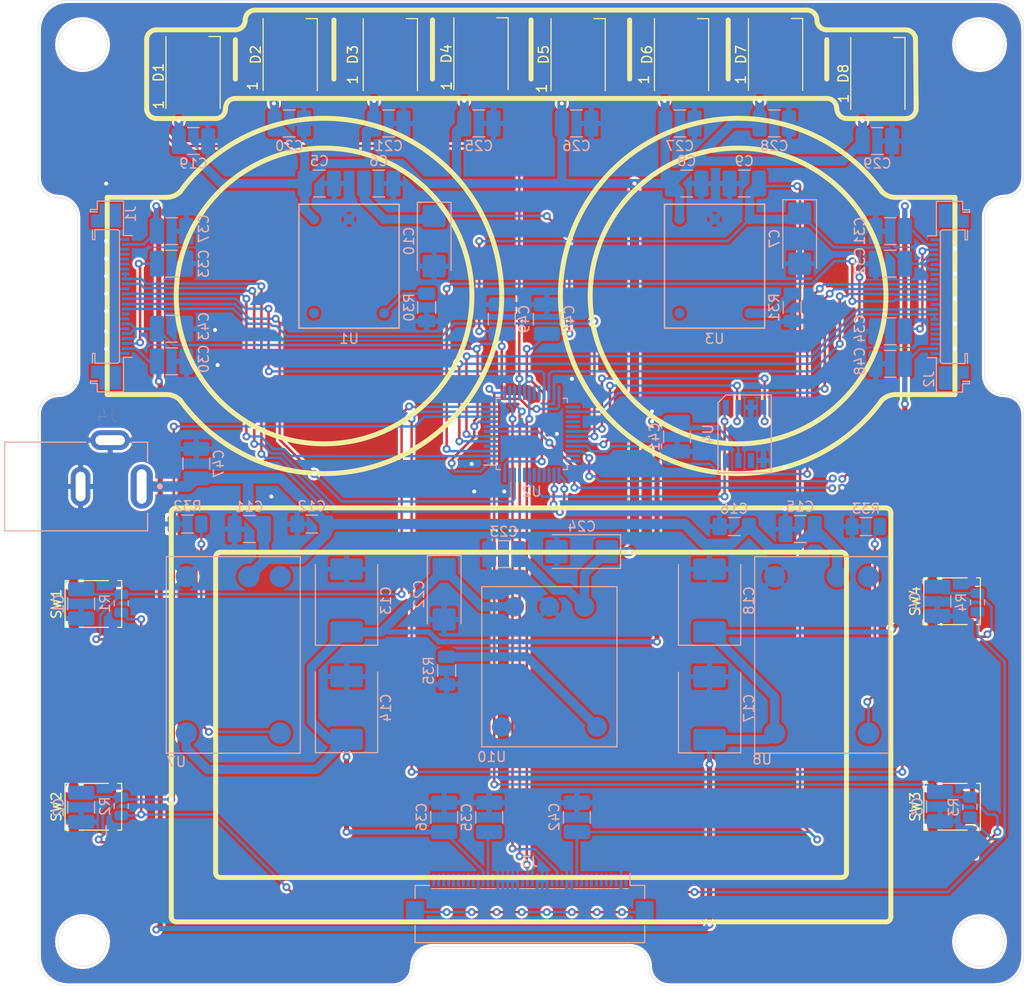
<source format=kicad_pcb>
(kicad_pcb (version 20171130) (host pcbnew "(5.1.0)-1")
  (layers (0 F.Cu signal) (31 B.Cu signal) (34 B.Paste user) (35 F.Paste user) (36 B.SilkS user) (37 F.SilkS user) (38 B.Mask user) (39 F.Mask user) (44 Edge.Cuts user))
  (net 0 "")
  (net 1 GND)
  (net 2 +5V)
  (net 3 "Net-(D1-Pad2)")
  (net 4 "Net-(D1-Pad4)")
  (net 5 "Net-(D2-Pad2)")
  (net 6 "Net-(D3-Pad2)")
  (net 7 "Net-(D4-Pad2)")
  (net 8 "Net-(D5-Pad2)")
  (net 9 "Net-(D6-Pad2)")
  (net 10 "Net-(D7-Pad2)")
  (net 11 "Net-(D8-Pad2)")
  (net 12 +1V8)
  (net 13 "Net-(R30-Pad2)")
  (net 14 "Net-(U1-Pad5)")
  (net 15 RES_Round1)
  (net 16 "Net-(U2-Pad45)")
  (net 17 "Net-(U2-Pad44)")
  (net 18 "Net-(U2-Pad42)")
  (net 19 "Net-(U2-Pad41)")
  (net 20 "Net-(U2-Pad40)")
  (net 21 "Net-(U2-Pad39)")
  (net 22 SCL1)
  (net 23 SDA1)
  (net 24 "Net-(U2-Pad36)")
  (net 25 "Net-(U2-Pad35)")
  (net 26 "Net-(U2-Pad32)")
  (net 27 "Net-(U2-Pad29)")
  (net 28 "Net-(U2-Pad28)")
  (net 29 RES_Square)
  (net 30 RES_Round2)
  (net 31 "Net-(U2-Pad25)")
  (net 32 +3V3)
  (net 33 "(SA0)_Round2")
  (net 34 "(SA0)_Round1")
  (net 35 "Net-(U2-Pad20)")
  (net 36 "Net-(U2-Pad19)")
  (net 37 MOSI)
  (net 38 SCK)
  (net 39 NSS)
  (net 40 "Net-(C3-Pad1)")
  (net 41 "Net-(C1-Pad1)")
  (net 42 "Net-(C4-Pad1)")
  (net 43 "Net-(C2-Pad1)")
  (net 44 SCL2)
  (net 45 SDA2)
  (net 46 "Net-(U2-Pad4)")
  (net 47 WR_Round2)
  (net 48 WR_Round1)
  (net 49 "Net-(R31-Pad1)")
  (net 50 "Net-(U3-Pad5)")
  (net 51 +12V)
  (net 52 "Net-(U10-Pad5)")
  (net 53 +15V)
  (net 54 "Net-(J1-Pad9)")
  (net 55 "Net-(C33-Pad2)")
  (net 56 "Net-(J2-Pad9)")
  (net 57 "Net-(C34-Pad2)")
  (net 58 +24V)
  (net 59 "Net-(U8-Pad3)")
  (net 60 "Net-(R33-Pad1)")
  (net 61 "Net-(R32-Pad1)")
  (net 62 "Net-(U7-Pad3)")
  (net 63 "Net-(R35-Pad1)")
  (net 64 "Net-(R1-Pad2)")
  (net 65 "Net-(C35-Pad2)")
  (net 66 USART1_Rx_LIN)
  (net 67 USART1_Tx_LIN)
  (net 68 "Net-(J3-Pad28)")
  (net 69 "Net-(J3-Pad22)")
  (net 70 RES)
  (net 71 "Net-(J3-Pad14)")
  (net 72 "Net-(J3-Pad10)")
  (net 73 "Net-(J3-Pad9)")
  (net 74 "Net-(J3-Pad8)")
  (net 75 "Net-(J3-Pad7)")
  (net 76 "Net-(J3-Pad6)")
  (net 77 "Net-(J3-Pad5)")
  (net 78 "Net-(J3-Pad4)")
  (net 79 "Net-(J3-Pad3)")
  (net 80 "Net-(J3-Pad1)")
  (net 81 "Net-(U4-Pad8)")
  (net 82 "Net-(U4-Pad6)")
  (net 83 GPIO_Out_CS1)
  (net 84 GPIO_Out_CS2)
  (net 85 SWJ-DP)
  (net 86 NRST)
  (module Capacitor_SMD:C_1210_3225Metric_Pad1.42x2.65mm_HandSolder (layer B.Cu) (at 124.6775 63.5)
    (fp_text reference C28 (at 0 2.28) (layer B.SilkS) (effects (justify mirror)))
    (fp_text value C)
    (pad 2 smd roundrect (at 1.4875 0) (size 1.425 2.65) (layers B.Cu B.Paste B.Mask) (roundrect_rratio 0.175439) (net 1 GND))
    (pad 1 smd roundrect (at -1.4875 0) (size 1.425 2.65) (layers B.Cu B.Paste B.Mask) (roundrect_rratio 0.175439) (net 2 +5V))
  )
  (module LED_SMD:LED_WS2812B_PLCC4_5.0x5.0mm_P3.2mm (layer F.Cu) (at 104.775 56.515 90)
    (fp_text reference D5 (at 0 -3.5 90) (layer F.SilkS))
    (fp_text value WS2812B)
    (fp_text user 1 (at -3.429 -3.683 90) (layer F.SilkS))
    (pad 1 smd rect (at -2.45 -1.6 90) (size 1.5 1) (layers F.Cu F.Paste F.Mask) (net 2 +5V))
    (pad 2 smd rect (at -2.45 1.6 90) (size 1.5 1) (layers F.Cu F.Paste F.Mask) (net 8 "Net-(D5-Pad2)"))
    (pad 4 smd rect (at 2.45 -1.6 90) (size 1.5 1) (layers F.Cu F.Paste F.Mask) (net 7 "Net-(D4-Pad2)"))
    (pad 3 smd rect (at 2.45 1.6 90) (size 1.5 1) (layers F.Cu F.Paste F.Mask) (net 1 GND))
  )
  (module Capacitor_SMD:C_1210_3225Metric_Pad1.42x2.65mm_HandSolder (layer B.Cu) (at 104.6115 63.5)
    (fp_text reference C26 (at 0 2.28) (layer B.SilkS) (effects (justify mirror)))
    (fp_text value C)
    (pad 2 smd roundrect (at 1.4875 0) (size 1.425 2.65) (layers B.Cu B.Paste B.Mask) (roundrect_rratio 0.175439) (net 1 GND))
    (pad 1 smd roundrect (at -1.4875 0) (size 1.425 2.65) (layers B.Cu B.Paste B.Mask) (roundrect_rratio 0.175439) (net 2 +5V))
  )
  (module green-ic-footprint:PTH04070WAZ (layer B.Cu) (at 118.618 77.978)
    (fp_text reference U3 (at 0 7.366) (layer B.SilkS) (effects (justify mirror)))
    (fp_text value PTH04070WAZ)
    (pad 3 smd circle (at 3.556 -4.7625) (size 1.016 1.016) (layers B.Cu B.Paste B.Mask) (net 32 +3V3))
    (pad 2 smd circle (at 0 -4.7625) (size 1.016 1.016) (layers B.Cu B.Paste B.Mask) (net 1 GND))
    (pad 1 smd circle (at -3.556 -4.7625) (size 1.016 1.016) (layers B.Cu B.Paste B.Mask) (net 2 +5V))
    (pad 4 smd circle (at 3.556 4.7625) (size 1.016 1.016) (layers B.Cu B.Paste B.Mask) (net 49 "Net-(R31-Pad1)"))
    (pad 5 smd circle (at -3.556 4.7625) (size 1.016 1.016) (layers B.Cu B.Paste B.Mask) (net 50 "Net-(U3-Pad5)"))
  )
  (module green-ic-footprint:PTH04070WAZ (layer B.Cu) (at 81.534 77.978)
    (fp_text reference U1 (at 0 7.366) (layer B.SilkS) (effects (justify mirror)))
    (fp_text value PTH04070WAZ)
    (pad 3 smd circle (at 3.556 -4.7625) (size 1.016 1.016) (layers B.Cu B.Paste B.Mask) (net 12 +1V8))
    (pad 2 smd circle (at 0 -4.7625) (size 1.016 1.016) (layers B.Cu B.Paste B.Mask) (net 1 GND))
    (pad 1 smd circle (at -3.556 -4.7625) (size 1.016 1.016) (layers B.Cu B.Paste B.Mask) (net 2 +5V))
    (pad 4 smd circle (at 3.556 4.7625) (size 1.016 1.016) (layers B.Cu B.Paste B.Mask) (net 13 "Net-(R30-Pad2)"))
    (pad 5 smd circle (at -3.556 4.7625) (size 1.016 1.016) (layers B.Cu B.Paste B.Mask) (net 14 "Net-(U1-Pad5)"))
  )
  (module Capacitor_SMD:C_1210_3225Metric_Pad1.42x2.65mm_HandSolder (layer B.Cu) (at 71.4105 104.648 180)
    (fp_text reference C11 (at 0 2.28 180) (layer B.SilkS) (effects (justify mirror)))
    (fp_text value 10U)
    (pad 2 smd roundrect (at 1.4875 0 180) (size 1.425 2.65) (layers B.Cu B.Paste B.Mask) (roundrect_rratio 0.175439) (net 1 GND))
    (pad 1 smd roundrect (at -1.4875 0 180) (size 1.425 2.65) (layers B.Cu B.Paste B.Mask) (roundrect_rratio 0.175439) (net 58 +24V))
  )
  (module green-ic-footprint:KYCON_KLDX-0202-AC (layer B.Cu) (at 53.848 100.33 180)
    (fp_text reference J4 (at -3.175105 7.239215 180) (layer B.SilkS) (effects (font (size 1.400039 1.400039) (thickness 0.015)) (justify mirror)))
    (fp_text value KLDX-0202-AC)
    (pad 1 thru_hole oval (at -6.65 0 180) (size 2.25 4.5) (drill oval 1 3.5) (layers *.Cu *.Mask) (net 58 +24V))
    (pad 3 thru_hole oval (at -3.45 4.7 180) (size 4 2) (drill oval 3 1) (layers *.Cu *.Mask) (net 1 GND))
    (pad 2 thru_hole oval (at -0.45 0 180) (size 2 4) (drill oval 1 3) (layers *.Cu *.Mask) (net 1 GND))
  )
  (module green-ic-footprint:SW_EVQQ2Y03W (layer F.Cu) (at 140.716 113.77 90)
    (fp_text reference SW4 (at 1.8 -1.75 90) (layer F.SilkS))
    (fp_text value SW_Push)
    (pad 1 smd rect (at -1.8 0 90) (size 3.2 1) (layers F.Cu F.Paste F.Mask) (net 1 GND))
    (pad 1 smd rect (at 5.34 0 90) (size 3.2 1) (layers F.Cu F.Paste F.Mask) (net 1 GND))
    (pad 1 smd rect (at 5.35 4.05 90) (size 3.2 1) (layers F.Cu F.Paste F.Mask) (net 1 GND))
    (pad 2 smd rect (at -1.8 4 90) (size 3.2 1) (layers F.Cu F.Paste F.Mask) (net 42 "Net-(C4-Pad1)"))
  )
  (module green-ic-footprint:SW_EVQQ2Y03W (layer F.Cu) (at 140.716 134.62 90)
    (fp_text reference SW3 (at 1.8 -1.75 90) (layer F.SilkS))
    (fp_text value SW_Push)
    (pad 1 smd rect (at -1.8 0 90) (size 3.2 1) (layers F.Cu F.Paste F.Mask) (net 1 GND))
    (pad 1 smd rect (at 5.34 0 90) (size 3.2 1) (layers F.Cu F.Paste F.Mask) (net 1 GND))
    (pad 1 smd rect (at 5.35 4.05 90) (size 3.2 1) (layers F.Cu F.Paste F.Mask) (net 1 GND))
    (pad 2 smd rect (at -1.8 4 90) (size 3.2 1) (layers F.Cu F.Paste F.Mask) (net 40 "Net-(C3-Pad1)"))
  )
  (module green-ic-footprint:SW_EVQQ2Y03W (layer F.Cu) (at 53.594 134.62 90)
    (fp_text reference SW2 (at 1.8 -1.75 90) (layer F.SilkS))
    (fp_text value SW_Push)
    (pad 1 smd rect (at -1.8 0 90) (size 3.2 1) (layers F.Cu F.Paste F.Mask) (net 1 GND))
    (pad 1 smd rect (at 5.34 0 90) (size 3.2 1) (layers F.Cu F.Paste F.Mask) (net 1 GND))
    (pad 1 smd rect (at 5.35 4.05 90) (size 3.2 1) (layers F.Cu F.Paste F.Mask) (net 1 GND))
    (pad 2 smd rect (at -1.8 4 90) (size 3.2 1) (layers F.Cu F.Paste F.Mask) (net 43 "Net-(C2-Pad1)"))
  )
  (module green-ic-footprint:SW_EVQQ2Y03W (layer F.Cu) (at 53.594 114.046 90)
    (fp_text reference SW1 (at 1.8 -1.75 90) (layer F.SilkS))
    (fp_text value SW_Push)
    (pad 1 smd rect (at -1.8 0 90) (size 3.2 1) (layers F.Cu F.Paste F.Mask) (net 1 GND))
    (pad 1 smd rect (at 5.34 0 90) (size 3.2 1) (layers F.Cu F.Paste F.Mask) (net 1 GND))
    (pad 1 smd rect (at 5.35 4.05 90) (size 3.2 1) (layers F.Cu F.Paste F.Mask) (net 1 GND))
    (pad 2 smd rect (at -1.8 4 90) (size 3.2 1) (layers F.Cu F.Paste F.Mask) (net 41 "Net-(C1-Pad1)"))
  )
  (module Capacitor_SMD:C_1206_3216Metric_Pad1.42x1.75mm_HandSolder (layer B.Cu) (at 77.7605 104.14 180)
    (fp_text reference C12 (at 0 1.82 180) (layer B.SilkS) (effects (justify mirror)))
    (fp_text value 2.2U)
    (pad 2 smd roundrect (at 1.4875 0 180) (size 1.425 1.75) (layers B.Cu B.Paste B.Mask) (roundrect_rratio 0.175439) (net 1 GND))
    (pad 1 smd roundrect (at -1.4875 0 180) (size 1.425 1.75) (layers B.Cu B.Paste B.Mask) (roundrect_rratio 0.175439) (net 58 +24V))
  )
  (module green-ic-footprint:PTN78000HAZ (layer B.Cu) (at 65.024 109.474 270)
    (fp_text reference U7 (at 18.796 1.016 180) (layer B.SilkS) (effects (justify mirror)))
    (fp_text value PTN78000HAZ)
    (pad 1 smd circle (at 0 0 270) (size 2.16 2.16) (layers B.Cu B.Paste B.Mask) (net 1 GND))
    (pad 2 smd circle (at 0 -6.35 270) (size 2.16 2.16) (layers B.Cu B.Paste B.Mask) (net 58 +24V))
    (pad 3 smd circle (at 0 -9.53 270) (size 2.16 2.16) (layers B.Cu B.Paste B.Mask) (net 62 "Net-(U7-Pad3)"))
    (pad 4 smd circle (at 15.88 -9.52 270) (size 2.16 2.16) (layers B.Cu B.Paste B.Mask) (net 61 "Net-(R32-Pad1)"))
    (pad 5 smd circle (at 15.88 0 270) (size 2.16 2.16) (layers B.Cu B.Paste B.Mask) (net 51 +12V))
  )
  (module Capacitor_SMD:C_1210_3225Metric_Pad1.42x2.65mm_HandSolder (layer B.Cu) (at 66.04 98.0075 90)
    (fp_text reference C47 (at 0 2.28 90) (layer B.SilkS) (effects (justify mirror)))
    (fp_text value 100n)
    (pad 2 smd roundrect (at 1.4875 0 90) (size 1.425 2.65) (layers B.Cu B.Paste B.Mask) (roundrect_rratio 0.175439) (net 1 GND))
    (pad 1 smd roundrect (at -1.4875 0 90) (size 1.425 2.65) (layers B.Cu B.Paste B.Mask) (roundrect_rratio 0.175439) (net 58 +24V))
  )
  (module Capacitor_SMD:C_1210_3225Metric_Pad1.42x2.65mm_HandSolder (layer B.Cu) (at 95.758 133.8945 270)
    (fp_text reference C35 (at 0 2.28 270) (layer B.SilkS) (effects (justify mirror)))
    (fp_text value 100n)
    (pad 2 smd roundrect (at 1.4875 0 270) (size 1.425 2.65) (layers B.Cu B.Paste B.Mask) (roundrect_rratio 0.175439) (net 65 "Net-(C35-Pad2)"))
    (pad 1 smd roundrect (at -1.4875 0 270) (size 1.425 2.65) (layers B.Cu B.Paste B.Mask) (roundrect_rratio 0.175439) (net 1 GND))
  )
  (module Capacitor_SMD:C_1210_3225Metric_Pad1.42x2.65mm_HandSolder (layer B.Cu) (at 63.5365 77.724 180)
    (fp_text reference C33 (at -3.2655 0 270) (layer B.SilkS) (effects (justify mirror)))
    (fp_text value 100n)
    (pad 2 smd roundrect (at 1.4875 0 180) (size 1.425 2.65) (layers B.Cu B.Paste B.Mask) (roundrect_rratio 0.175439) (net 55 "Net-(C33-Pad2)"))
    (pad 1 smd roundrect (at -1.4875 0 180) (size 1.425 2.65) (layers B.Cu B.Paste B.Mask) (roundrect_rratio 0.175439) (net 1 GND))
  )
  (module Capacitor_SMD:C_1210_3225Metric_Pad1.42x2.65mm_HandSolder (layer B.Cu) (at 135.128 65.278)
    (fp_text reference C29 (at 0 2.28) (layer B.SilkS) (effects (justify mirror)))
    (fp_text value C)
    (pad 2 smd roundrect (at 1.4875 0) (size 1.425 2.65) (layers B.Cu B.Paste B.Mask) (roundrect_rratio 0.175439) (net 1 GND))
    (pad 1 smd roundrect (at -1.4875 0) (size 1.425 2.65) (layers B.Cu B.Paste B.Mask) (roundrect_rratio 0.175439) (net 2 +5V))
  )
  (module Capacitor_SMD:C_1210_3225Metric_Pad1.42x2.65mm_HandSolder (layer B.Cu) (at 115.0985 63.5)
    (fp_text reference C27 (at 0 2.28) (layer B.SilkS) (effects (justify mirror)))
    (fp_text value C)
    (pad 2 smd roundrect (at 1.4875 0) (size 1.425 2.65) (layers B.Cu B.Paste B.Mask) (roundrect_rratio 0.175439) (net 1 GND))
    (pad 1 smd roundrect (at -1.4875 0) (size 1.425 2.65) (layers B.Cu B.Paste B.Mask) (roundrect_rratio 0.175439) (net 2 +5V))
  )
  (module Capacitor_SMD:C_1210_3225Metric_Pad1.42x2.65mm_HandSolder (layer B.Cu) (at 94.7055 63.5)
    (fp_text reference C25 (at 0 2.28) (layer B.SilkS) (effects (justify mirror)))
    (fp_text value C)
    (pad 2 smd roundrect (at 1.4875 0) (size 1.425 2.65) (layers B.Cu B.Paste B.Mask) (roundrect_rratio 0.175439) (net 1 GND))
    (pad 1 smd roundrect (at -1.4875 0) (size 1.425 2.65) (layers B.Cu B.Paste B.Mask) (roundrect_rratio 0.175439) (net 2 +5V))
  )
  (module Capacitor_SMD:C_1210_3225Metric_Pad1.42x2.65mm_HandSolder (layer B.Cu) (at 85.5615 63.5)
    (fp_text reference C21 (at 0 2.28) (layer B.SilkS) (effects (justify mirror)))
    (fp_text value C)
    (pad 2 smd roundrect (at 1.4875 0) (size 1.425 2.65) (layers B.Cu B.Paste B.Mask) (roundrect_rratio 0.175439) (net 1 GND))
    (pad 1 smd roundrect (at -1.4875 0) (size 1.425 2.65) (layers B.Cu B.Paste B.Mask) (roundrect_rratio 0.175439) (net 2 +5V))
  )
  (module Capacitor_SMD:C_1210_3225Metric_Pad1.42x2.65mm_HandSolder (layer B.Cu) (at 75.4745 63.5)
    (fp_text reference C20 (at 0 2.28) (layer B.SilkS) (effects (justify mirror)))
    (fp_text value C)
    (pad 2 smd roundrect (at 1.4875 0) (size 1.425 2.65) (layers B.Cu B.Paste B.Mask) (roundrect_rratio 0.175439) (net 1 GND))
    (pad 1 smd roundrect (at -1.4875 0) (size 1.425 2.65) (layers B.Cu B.Paste B.Mask) (roundrect_rratio 0.175439) (net 2 +5V))
  )
  (module Capacitor_SMD:C_1210_3225Metric_Pad1.42x2.65mm_HandSolder (layer B.Cu) (at 65.7495 65.278)
    (fp_text reference C19 (at 0 2.28) (layer B.SilkS) (effects (justify mirror)))
    (fp_text value C)
    (pad 2 smd roundrect (at 1.4875 0) (size 1.425 2.65) (layers B.Cu B.Paste B.Mask) (roundrect_rratio 0.175439) (net 1 GND))
    (pad 1 smd roundrect (at -1.4875 0) (size 1.425 2.65) (layers B.Cu B.Paste B.Mask) (roundrect_rratio 0.175439) (net 2 +5V))
  )
  (module LED_SMD:LED_WS2812B_PLCC4_5.0x5.0mm_P3.2mm (layer F.Cu) (at 65.71 58.33 90)
    (fp_text reference D1 (at 0 -3.5 90) (layer F.SilkS))
    (fp_text value WS2812B)
    (fp_text user 1 (at -3.265 -3.48 90) (layer F.SilkS))
    (pad 1 smd rect (at -2.45 -1.6 90) (size 1.5 1) (layers F.Cu F.Paste F.Mask) (net 2 +5V))
    (pad 2 smd rect (at -2.45 1.6 90) (size 1.5 1) (layers F.Cu F.Paste F.Mask) (net 3 "Net-(D1-Pad2)"))
    (pad 4 smd rect (at 2.45 -1.6 90) (size 1.5 1) (layers F.Cu F.Paste F.Mask) (net 4 "Net-(D1-Pad4)"))
    (pad 3 smd rect (at 2.45 1.6 90) (size 1.5 1) (layers F.Cu F.Paste F.Mask) (net 1 GND))
  )
  (module LED_SMD:LED_WS2812B_PLCC4_5.0x5.0mm_P3.2mm (layer F.Cu) (at 75.565 56.515 90)
    (fp_text reference D2 (at 0 -3.5 90) (layer F.SilkS))
    (fp_text value WS2812B)
    (fp_text user 1 (at -3.175 -3.81 90) (layer F.SilkS))
    (pad 1 smd rect (at -2.45 -1.6 90) (size 1.5 1) (layers F.Cu F.Paste F.Mask) (net 2 +5V))
    (pad 2 smd rect (at -2.45 1.6 90) (size 1.5 1) (layers F.Cu F.Paste F.Mask) (net 5 "Net-(D2-Pad2)"))
    (pad 4 smd rect (at 2.45 -1.6 90) (size 1.5 1) (layers F.Cu F.Paste F.Mask) (net 3 "Net-(D1-Pad2)"))
    (pad 3 smd rect (at 2.45 1.6 90) (size 1.5 1) (layers F.Cu F.Paste F.Mask) (net 1 GND))
  )
  (module LED_SMD:LED_WS2812B_PLCC4_5.0x5.0mm_P3.2mm (layer F.Cu) (at 85.725 56.515 90)
    (fp_text reference D3 (at 0 -3.81 90) (layer F.SilkS))
    (fp_text value WS2812B)
    (fp_text user 1 (at -2.54 -3.81 90) (layer F.SilkS))
    (pad 1 smd rect (at -2.45 -1.6 90) (size 1.5 1) (layers F.Cu F.Paste F.Mask) (net 2 +5V))
    (pad 2 smd rect (at -2.45 1.6 90) (size 1.5 1) (layers F.Cu F.Paste F.Mask) (net 6 "Net-(D3-Pad2)"))
    (pad 4 smd rect (at 2.45 -1.6 90) (size 1.5 1) (layers F.Cu F.Paste F.Mask) (net 5 "Net-(D2-Pad2)"))
    (pad 3 smd rect (at 2.45 1.6 90) (size 1.5 1) (layers F.Cu F.Paste F.Mask) (net 1 GND))
  )
  (module LED_SMD:LED_WS2812B_PLCC4_5.0x5.0mm_P3.2mm (layer F.Cu) (at 94.92 56.425 90)
    (fp_text reference D4 (at 0 -3.5 90) (layer F.SilkS))
    (fp_text value WS2812B)
    (fp_text user 1 (at -3.265 -3.48 90) (layer F.SilkS))
    (pad 1 smd rect (at -2.45 -1.6 90) (size 1.5 1) (layers F.Cu F.Paste F.Mask) (net 2 +5V))
    (pad 2 smd rect (at -2.45 1.6 90) (size 1.5 1) (layers F.Cu F.Paste F.Mask) (net 7 "Net-(D4-Pad2)"))
    (pad 4 smd rect (at 2.45 -1.6 90) (size 1.5 1) (layers F.Cu F.Paste F.Mask) (net 6 "Net-(D3-Pad2)"))
    (pad 3 smd rect (at 2.45 1.6 90) (size 1.5 1) (layers F.Cu F.Paste F.Mask) (net 1 GND))
  )
  (module LED_SMD:LED_WS2812B_PLCC4_5.0x5.0mm_P3.2mm (layer F.Cu) (at 115.265 56.515 90)
    (fp_text reference D6 (at 0 -3.5 90) (layer F.SilkS))
    (fp_text value WS2812B)
    (fp_text user 1 (at -2.54 -3.81 90) (layer F.SilkS))
    (pad 1 smd rect (at -2.45 -1.6 90) (size 1.5 1) (layers F.Cu F.Paste F.Mask) (net 2 +5V))
    (pad 2 smd rect (at -2.45 1.6 90) (size 1.5 1) (layers F.Cu F.Paste F.Mask) (net 9 "Net-(D6-Pad2)"))
    (pad 4 smd rect (at 2.45 -1.6 90) (size 1.5 1) (layers F.Cu F.Paste F.Mask) (net 8 "Net-(D5-Pad2)"))
    (pad 3 smd rect (at 2.45 1.6 90) (size 1.5 1) (layers F.Cu F.Paste F.Mask) (net 1 GND))
  )
  (module LED_SMD:LED_WS2812B_PLCC4_5.0x5.0mm_P3.2mm (layer F.Cu) (at 124.804 56.5025 90)
    (fp_text reference D7 (at 0 -3.5 90) (layer F.SilkS))
    (fp_text value WS2812B)
    (fp_text user 1 (at -2.5525 -3.519 90) (layer F.SilkS))
    (pad 1 smd rect (at -2.45 -1.6 90) (size 1.5 1) (layers F.Cu F.Paste F.Mask) (net 2 +5V))
    (pad 2 smd rect (at -2.45 1.6 90) (size 1.5 1) (layers F.Cu F.Paste F.Mask) (net 10 "Net-(D7-Pad2)"))
    (pad 4 smd rect (at 2.45 -1.6 90) (size 1.5 1) (layers F.Cu F.Paste F.Mask) (net 9 "Net-(D6-Pad2)"))
    (pad 3 smd rect (at 2.45 1.6 90) (size 1.5 1) (layers F.Cu F.Paste F.Mask) (net 1 GND))
  )
  (module LED_SMD:LED_WS2812B_PLCC4_5.0x5.0mm_P3.2mm (layer F.Cu) (at 135.18408 58.42872 90)
    (fp_text reference D8 (at 0 -3.5 90) (layer F.SilkS))
    (fp_text value WS2812B)
    (fp_text user 1 (at -2.54 -3.48 90) (layer F.SilkS))
    (pad 1 smd rect (at -2.45 -1.6 90) (size 1.5 1) (layers F.Cu F.Paste F.Mask) (net 2 +5V))
    (pad 2 smd rect (at -2.45 1.6 90) (size 1.5 1) (layers F.Cu F.Paste F.Mask) (net 11 "Net-(D8-Pad2)"))
    (pad 4 smd rect (at 2.45 -1.6 90) (size 1.5 1) (layers F.Cu F.Paste F.Mask) (net 10 "Net-(D7-Pad2)"))
    (pad 3 smd rect (at 2.45 1.6 90) (size 1.5 1) (layers F.Cu F.Paste F.Mask) (net 1 GND))
  )
  (module Package_QFP:LQFP-48_7x7mm_P0.5mm (layer B.Cu) (at 100.076 94.996)
    (fp_text reference U2 (at 0 5.85) (layer B.SilkS) (effects (justify mirror)))
    (fp_text value STM32F378CCTx)
    (pad 48 smd roundrect (at -2.75 4.1625) (size 0.3 1.475) (layers B.Cu B.Paste B.Mask) (net 12 +1V8))
    (pad 47 smd roundrect (at -2.25 4.1625) (size 0.3 1.475) (layers B.Cu B.Paste B.Mask) (net 1 GND))
    (pad 46 smd roundrect (at -1.75 4.1625) (size 0.3 1.475) (layers B.Cu B.Paste B.Mask) (net 15 RES_Round1))
    (pad 45 smd roundrect (at -1.25 4.1625) (size 0.3 1.475) (layers B.Cu B.Paste B.Mask) (net 16 "Net-(U2-Pad45)"))
    (pad 44 smd roundrect (at -0.75 4.1625) (size 0.3 1.475) (layers B.Cu B.Paste B.Mask) (net 17 "Net-(U2-Pad44)"))
    (pad 43 smd roundrect (at -0.25 4.1625) (size 0.3 1.475) (layers B.Cu B.Paste B.Mask) (net 66 USART1_Rx_LIN))
    (pad 42 smd roundrect (at 0.25 4.1625) (size 0.3 1.475) (layers B.Cu B.Paste B.Mask) (net 18 "Net-(U2-Pad42)"))
    (pad 41 smd roundrect (at 0.75 4.1625) (size 0.3 1.475) (layers B.Cu B.Paste B.Mask) (net 19 "Net-(U2-Pad41)"))
    (pad 40 smd roundrect (at 1.25 4.1625) (size 0.3 1.475) (layers B.Cu B.Paste B.Mask) (net 20 "Net-(U2-Pad40)"))
    (pad 39 smd roundrect (at 1.75 4.1625) (size 0.3 1.475) (layers B.Cu B.Paste B.Mask) (net 21 "Net-(U2-Pad39)"))
    (pad 38 smd roundrect (at 2.25 4.1625) (size 0.3 1.475) (layers B.Cu B.Paste B.Mask) (net 22 SCL1))
    (pad 37 smd roundrect (at 2.75 4.1625) (size 0.3 1.475) (layers B.Cu B.Paste B.Mask) (net 23 SDA1))
    (pad 36 smd roundrect (at 4.1625 2.75) (size 1.475 0.3) (layers B.Cu B.Paste B.Mask) (net 24 "Net-(U2-Pad36)"))
    (pad 35 smd roundrect (at 4.1625 2.25) (size 1.475 0.3) (layers B.Cu B.Paste B.Mask) (net 25 "Net-(U2-Pad35)"))
    (pad 34 smd roundrect (at 4.1625 1.75) (size 1.475 0.3) (layers B.Cu B.Paste B.Mask) (net 85 SWJ-DP))
    (pad 33 smd roundrect (at 4.1625 1.25) (size 1.475 0.3) (layers B.Cu B.Paste B.Mask) (net 84 GPIO_Out_CS2))
    (pad 32 smd roundrect (at 4.1625 0.75) (size 1.475 0.3) (layers B.Cu B.Paste B.Mask) (net 26 "Net-(U2-Pad32)"))
    (pad 31 smd roundrect (at 4.1625 0.25) (size 1.475 0.3) (layers B.Cu B.Paste B.Mask) (net 83 GPIO_Out_CS1))
    (pad 30 smd roundrect (at 4.1625 -0.25) (size 1.475 0.3) (layers B.Cu B.Paste B.Mask) (net 67 USART1_Tx_LIN))
    (pad 29 smd roundrect (at 4.1625 -0.75) (size 1.475 0.3) (layers B.Cu B.Paste B.Mask) (net 27 "Net-(U2-Pad29)"))
    (pad 28 smd roundrect (at 4.1625 -1.25) (size 1.475 0.3) (layers B.Cu B.Paste B.Mask) (net 28 "Net-(U2-Pad28)"))
    (pad 27 smd roundrect (at 4.1625 -1.75) (size 1.475 0.3) (layers B.Cu B.Paste B.Mask) (net 29 RES_Square))
    (pad 26 smd roundrect (at 4.1625 -2.25) (size 1.475 0.3) (layers B.Cu B.Paste B.Mask) (net 30 RES_Round2))
    (pad 25 smd roundrect (at 4.1625 -2.75) (size 1.475 0.3) (layers B.Cu B.Paste B.Mask) (net 31 "Net-(U2-Pad25)"))
    (pad 24 smd roundrect (at 2.75 -4.1625) (size 0.3 1.475) (layers B.Cu B.Paste B.Mask) (net 32 +3V3))
    (pad 23 smd roundrect (at 2.25 -4.1625) (size 0.3 1.475) (layers B.Cu B.Paste B.Mask) (net 1 GND))
    (pad 22 smd roundrect (at 1.75 -4.1625) (size 0.3 1.475) (layers B.Cu B.Paste B.Mask) (net 33 "(SA0)_Round2"))
    (pad 21 smd roundrect (at 1.25 -4.1625) (size 0.3 1.475) (layers B.Cu B.Paste B.Mask) (net 34 "(SA0)_Round1"))
    (pad 20 smd roundrect (at 0.75 -4.1625) (size 0.3 1.475) (layers B.Cu B.Paste B.Mask) (net 35 "Net-(U2-Pad20)"))
    (pad 19 smd roundrect (at 0.25 -4.1625) (size 0.3 1.475) (layers B.Cu B.Paste B.Mask) (net 36 "Net-(U2-Pad19)"))
    (pad 18 smd roundrect (at -0.25 -4.1625) (size 0.3 1.475) (layers B.Cu B.Paste B.Mask) (net 37 MOSI))
    (pad 17 smd roundrect (at -0.75 -4.1625) (size 0.3 1.475) (layers B.Cu B.Paste B.Mask) (net 12 +1V8))
    (pad 16 smd roundrect (at -1.25 -4.1625) (size 0.3 1.475) (layers B.Cu B.Paste B.Mask) (net 4 "Net-(D1-Pad4)"))
    (pad 15 smd roundrect (at -1.75 -4.1625) (size 0.3 1.475) (layers B.Cu B.Paste B.Mask) (net 38 SCK))
    (pad 14 smd roundrect (at -2.25 -4.1625) (size 0.3 1.475) (layers B.Cu B.Paste B.Mask) (net 39 NSS))
    (pad 13 smd roundrect (at -2.75 -4.1625) (size 0.3 1.475) (layers B.Cu B.Paste B.Mask) (net 40 "Net-(C3-Pad1)"))
    (pad 12 smd roundrect (at -4.1625 -2.75) (size 1.475 0.3) (layers B.Cu B.Paste B.Mask) (net 41 "Net-(C1-Pad1)"))
    (pad 11 smd roundrect (at -4.1625 -2.25) (size 1.475 0.3) (layers B.Cu B.Paste B.Mask) (net 42 "Net-(C4-Pad1)"))
    (pad 10 smd roundrect (at -4.1625 -1.75) (size 1.475 0.3) (layers B.Cu B.Paste B.Mask) (net 43 "Net-(C2-Pad1)"))
    (pad 9 smd roundrect (at -4.1625 -1.25) (size 1.475 0.3) (layers B.Cu B.Paste B.Mask) (net 32 +3V3))
    (pad 8 smd roundrect (at -4.1625 -0.75) (size 1.475 0.3) (layers B.Cu B.Paste B.Mask) (net 1 GND))
    (pad 7 smd roundrect (at -4.1625 -0.25) (size 1.475 0.3) (layers B.Cu B.Paste B.Mask) (net 86 NRST))
    (pad 6 smd roundrect (at -4.1625 0.25) (size 1.475 0.3) (layers B.Cu B.Paste B.Mask) (net 44 SCL2))
    (pad 5 smd roundrect (at -4.1625 0.75) (size 1.475 0.3) (layers B.Cu B.Paste B.Mask) (net 45 SDA2))
    (pad 4 smd roundrect (at -4.1625 1.25) (size 1.475 0.3) (layers B.Cu B.Paste B.Mask) (net 46 "Net-(U2-Pad4)"))
    (pad 3 smd roundrect (at -4.1625 1.75) (size 1.475 0.3) (layers B.Cu B.Paste B.Mask) (net 47 WR_Round2))
    (pad 2 smd roundrect (at -4.1625 2.25) (size 1.475 0.3) (layers B.Cu B.Paste B.Mask) (net 48 WR_Round1))
    (pad 1 smd roundrect (at -4.1625 2.75) (size 1.475 0.3) (layers B.Cu B.Paste B.Mask) (net 32 +3V3))
  )
  (module green-ic-footprint:molex-52437-2471 (layer B.Cu) (at 58.796 81.026 90)
    (fp_text reference J1 (at 8.35 0.6 90) (layer B.SilkS) (effects (justify mirror)))
    (fp_text value Conn_01x24_ROUND)
    (pad "" smd custom (at -7.7 -1.9 90) (size 1.3 3.05) (layers B.Cu B.Paste B.Mask) (options (clearance outline) (anchor rect)) (primitives (gr_poly (pts (xy -0.65 1.525) (xy -1.75 1.525) (xy -1.75 -0.675) (xy -0.65 -0.675)) (width 0))))
    (pad "" smd custom (at 7.65 -1.9 90) (size 1.3 3.05) (layers B.Cu B.Paste B.Mask) (options (clearance outline) (anchor rect)) (primitives (gr_poly (pts (xy 0.65 1.525) (xy 1.75 1.525) (xy 1.75 -0.675) (xy 0.65 -0.675)) (width 0))))
    (pad 24 smd custom (at 5.75 0.05 90) (size 0.3 0.8) (layers B.Cu B.Paste B.Mask) (net 1 GND) (options (clearance outline) (anchor rect)) (primitives))
    (pad 23 smd custom (at 5.25 0.05 90) (size 0.3 0.8) (layers B.Cu B.Paste B.Mask) (net 53 +15V) (options (clearance outline) (anchor rect)) (primitives))
    (pad 15 smd custom (at 1.26 0.05 90) (size 0.3 0.8) (layers B.Cu B.Paste B.Mask) (net 22 SCL1) (options (clearance outline) (anchor rect)) (primitives))
    (pad 14 smd custom (at 0.76 0.05 90) (size 0.3 0.8) (layers B.Cu B.Paste B.Mask) (net 1 GND) (options (clearance outline) (anchor rect)) (primitives))
    (pad 19 smd custom (at 3.26 0.05 90) (size 0.3 0.8) (layers B.Cu B.Paste B.Mask) (net 1 GND) (options (clearance outline) (anchor rect)) (primitives))
    (pad 12 smd custom (at -0.25 0.05 90) (size 0.3 0.8) (layers B.Cu B.Paste B.Mask) (net 34 "(SA0)_Round1") (options (clearance outline) (anchor rect)) (primitives))
    (pad 17 smd custom (at 2.26 0.05 90) (size 0.3 0.8) (layers B.Cu B.Paste B.Mask) (net 23 SDA1) (options (clearance outline) (anchor rect)) (primitives))
    (pad 16 smd custom (at 1.76 0.05 90) (size 0.3 0.8) (layers B.Cu B.Paste B.Mask) (net 23 SDA1) (options (clearance outline) (anchor rect)) (primitives))
    (pad 21 smd custom (at 4.26 0.05 90) (size 0.3 0.8) (layers B.Cu B.Paste B.Mask) (net 1 GND) (options (clearance outline) (anchor rect)) (primitives))
    (pad 20 smd custom (at 3.76 0.05 90) (size 0.3 0.8) (layers B.Cu B.Paste B.Mask) (net 1 GND) (options (clearance outline) (anchor rect)) (primitives))
    (pad 22 smd custom (at 4.76 0.05 90) (size 0.3 0.8) (layers B.Cu B.Paste B.Mask) (net 1 GND) (options (clearance outline) (anchor rect)) (primitives))
    (pad 13 smd custom (at 0.25 0.05 90) (size 0.3 0.8) (layers B.Cu B.Paste B.Mask) (net 48 WR_Round1) (options (clearance outline) (anchor rect)) (primitives))
    (pad 18 smd custom (at 2.76 0.05 90) (size 0.3 0.8) (layers B.Cu B.Paste B.Mask) (net 1 GND) (options (clearance outline) (anchor rect)) (primitives))
    (pad 1 smd custom (at -5.8 0.05 90) (size 0.3 0.8) (layers B.Cu B.Paste B.Mask) (net 1 GND) (options (clearance outline) (anchor rect)) (primitives))
    (pad 11 smd custom (at -0.79 0.05 90) (size 0.3 0.8) (layers B.Cu B.Paste B.Mask) (net 15 RES_Round1) (options (clearance outline) (anchor rect)) (primitives))
    (pad 2 smd custom (at -5.3 0.05 90) (size 0.3 0.8) (layers B.Cu B.Paste B.Mask) (net 53 +15V) (options (clearance outline) (anchor rect)) (primitives))
    (pad 10 smd custom (at -1.29 0.05 90) (size 0.3 0.8) (layers B.Cu B.Paste B.Mask) (net 83 GPIO_Out_CS1) (options (clearance outline) (anchor rect)) (primitives))
    (pad 9 smd custom (at -1.79 0.05 90) (size 0.3 0.8) (layers B.Cu B.Paste B.Mask) (net 54 "Net-(J1-Pad9)") (options (clearance outline) (anchor rect)) (primitives))
    (pad 8 smd custom (at -2.29 0.05 90) (size 0.3 0.8) (layers B.Cu B.Paste B.Mask) (net 1 GND) (options (clearance outline) (anchor rect)) (primitives))
    (pad 7 smd custom (at -2.79 0.05 90) (size 0.3 0.8) (layers B.Cu B.Paste B.Mask) (net 32 +3V3) (options (clearance outline) (anchor rect)) (primitives))
    (pad 6 smd custom (at -3.29 0.05 90) (size 0.3 0.8) (layers B.Cu B.Paste B.Mask) (net 1 GND) (options (clearance outline) (anchor rect)) (primitives))
    (pad 5 smd custom (at -3.79 0.05 90) (size 0.3 0.8) (layers B.Cu B.Paste B.Mask) (net 32 +3V3) (options (clearance outline) (anchor rect)) (primitives))
    (pad 4 smd custom (at -4.29 0.05 90) (size 0.3 0.8) (layers B.Cu B.Paste B.Mask) (net 32 +3V3) (options (clearance outline) (anchor rect)) (primitives))
    (pad 3 smd custom (at -4.79 0.05 90) (size 0.3 0.8) (layers B.Cu B.Paste B.Mask) (net 55 "Net-(C33-Pad2)") (options (clearance outline) (anchor rect)) (primitives))
  )
  (module green-ic-footprint:molex-52437-2471 (layer B.Cu) (at 140.975 81.106 270)
    (fp_text reference J2 (at 8.35 0.6 270) (layer B.SilkS) (effects (justify mirror)))
    (fp_text value Conn_01x24_ROUND)
    (pad "" smd custom (at -7.7 -1.9 270) (size 1.3 3.05) (layers B.Cu B.Paste B.Mask) (options (clearance outline) (anchor rect)) (primitives (gr_poly (pts (xy -0.65 1.525) (xy -1.75 1.525) (xy -1.75 -0.675) (xy -0.65 -0.675)) (width 0))))
    (pad "" smd custom (at 7.65 -1.9 270) (size 1.3 3.05) (layers B.Cu B.Paste B.Mask) (options (clearance outline) (anchor rect)) (primitives (gr_poly (pts (xy 0.65 1.525) (xy 1.75 1.525) (xy 1.75 -0.675) (xy 0.65 -0.675)) (width 0))))
    (pad 24 smd custom (at 5.75 0.05 270) (size 0.3 0.8) (layers B.Cu B.Paste B.Mask) (net 1 GND) (options (clearance outline) (anchor rect)) (primitives))
    (pad 23 smd custom (at 5.25 0.05 270) (size 0.3 0.8) (layers B.Cu B.Paste B.Mask) (net 53 +15V) (options (clearance outline) (anchor rect)) (primitives))
    (pad 15 smd custom (at 1.26 0.05 270) (size 0.3 0.8) (layers B.Cu B.Paste B.Mask) (net 44 SCL2) (options (clearance outline) (anchor rect)) (primitives))
    (pad 14 smd custom (at 0.76 0.05 270) (size 0.3 0.8) (layers B.Cu B.Paste B.Mask) (net 1 GND) (options (clearance outline) (anchor rect)) (primitives))
    (pad 19 smd custom (at 3.26 0.05 270) (size 0.3 0.8) (layers B.Cu B.Paste B.Mask) (net 1 GND) (options (clearance outline) (anchor rect)) (primitives))
    (pad 12 smd custom (at -0.25 0.05 270) (size 0.3 0.8) (layers B.Cu B.Paste B.Mask) (net 33 "(SA0)_Round2") (options (clearance outline) (anchor rect)) (primitives))
    (pad 17 smd custom (at 2.26 0.05 270) (size 0.3 0.8) (layers B.Cu B.Paste B.Mask) (net 45 SDA2) (options (clearance outline) (anchor rect)) (primitives))
    (pad 16 smd custom (at 1.76 0.05 270) (size 0.3 0.8) (layers B.Cu B.Paste B.Mask) (net 45 SDA2) (options (clearance outline) (anchor rect)) (primitives))
    (pad 21 smd custom (at 4.26 0.05 270) (size 0.3 0.8) (layers B.Cu B.Paste B.Mask) (net 1 GND) (options (clearance outline) (anchor rect)) (primitives))
    (pad 20 smd custom (at 3.76 0.05 270) (size 0.3 0.8) (layers B.Cu B.Paste B.Mask) (net 1 GND) (options (clearance outline) (anchor rect)) (primitives))
    (pad 22 smd custom (at 4.76 0.05 270) (size 0.3 0.8) (layers B.Cu B.Paste B.Mask) (net 1 GND) (options (clearance outline) (anchor rect)) (primitives))
    (pad 13 smd custom (at 0.25 0.05 270) (size 0.3 0.8) (layers B.Cu B.Paste B.Mask) (net 47 WR_Round2) (options (clearance outline) (anchor rect)) (primitives))
    (pad 18 smd custom (at 2.76 0.05 270) (size 0.3 0.8) (layers B.Cu B.Paste B.Mask) (net 1 GND) (options (clearance outline) (anchor rect)) (primitives))
    (pad 1 smd custom (at -5.8 0.05 270) (size 0.3 0.8) (layers B.Cu B.Paste B.Mask) (net 1 GND) (options (clearance outline) (anchor rect)) (primitives))
    (pad 11 smd custom (at -0.79 0.05 270) (size 0.3 0.8) (layers B.Cu B.Paste B.Mask) (net 30 RES_Round2) (options (clearance outline) (anchor rect)) (primitives))
    (pad 2 smd custom (at -5.3 0.05 270) (size 0.3 0.8) (layers B.Cu B.Paste B.Mask) (net 53 +15V) (options (clearance outline) (anchor rect)) (primitives))
    (pad 10 smd custom (at -1.29 0.05 270) (size 0.3 0.8) (layers B.Cu B.Paste B.Mask) (net 84 GPIO_Out_CS2) (options (clearance outline) (anchor rect)) (primitives))
    (pad 9 smd custom (at -1.79 0.05 270) (size 0.3 0.8) (layers B.Cu B.Paste B.Mask) (net 56 "Net-(J2-Pad9)") (options (clearance outline) (anchor rect)) (primitives))
    (pad 8 smd custom (at -2.29 0.05 270) (size 0.3 0.8) (layers B.Cu B.Paste B.Mask) (net 1 GND) (options (clearance outline) (anchor rect)) (primitives))
    (pad 7 smd custom (at -2.79 0.05 270) (size 0.3 0.8) (layers B.Cu B.Paste B.Mask) (net 32 +3V3) (options (clearance outline) (anchor rect)) (primitives))
    (pad 6 smd custom (at -3.29 0.05 270) (size 0.3 0.8) (layers B.Cu B.Paste B.Mask) (net 1 GND) (options (clearance outline) (anchor rect)) (primitives))
    (pad 5 smd custom (at -3.79 0.05 270) (size 0.3 0.8) (layers B.Cu B.Paste B.Mask) (net 32 +3V3) (options (clearance outline) (anchor rect)) (primitives))
    (pad 4 smd custom (at -4.29 0.05 270) (size 0.3 0.8) (layers B.Cu B.Paste B.Mask) (net 32 +3V3) (options (clearance outline) (anchor rect)) (primitives))
    (pad 3 smd custom (at -4.79 0.05 270) (size 0.3 0.8) (layers B.Cu B.Paste B.Mask) (net 57 "Net-(C34-Pad2)") (options (clearance outline) (anchor rect)) (primitives))
  )
  (module green-ic-footprint:PTN78000HAZ (layer B.Cu) (at 124.714 109.474 270)
    (fp_text reference U8 (at 18.542 1.27) (layer B.SilkS) (effects (justify mirror)))
    (fp_text value PTN78000HAZ)
    (pad 5 smd circle (at 15.88 0 180) (size 2.16 2.16) (layers B.Cu B.Paste B.Mask) (net 53 +15V))
    (pad 4 smd circle (at 15.88 -9.52 180) (size 2.16 2.16) (layers B.Cu B.Paste B.Mask) (net 60 "Net-(R33-Pad1)"))
    (pad 3 smd circle (at 0 -9.53 180) (size 2.16 2.16) (layers B.Cu B.Paste B.Mask) (net 59 "Net-(U8-Pad3)"))
    (pad 2 smd circle (at 0 -6.35 180) (size 2.16 2.16) (layers B.Cu B.Paste B.Mask) (net 58 +24V))
    (pad 1 smd circle (at 0 0 180) (size 2.16 2.16) (layers B.Cu B.Paste B.Mask) (net 1 GND))
  )
  (module green-ic-footprint:PTH08080W (layer B.Cu) (at 98.298 112.522 270)
    (fp_text reference U10 (at 15.24 2.286 180) (layer B.SilkS) (effects (justify mirror)))
    (fp_text value PTH08080W)
    (pad 4 smd circle (at 12.19 -8.385 270) (size 2 2) (layers B.Cu B.Paste B.Mask) (net 63 "Net-(R35-Pad1)"))
    (pad 5 smd circle (at 12.19 1.265 270) (size 2 2) (layers B.Cu B.Paste B.Mask) (net 52 "Net-(U10-Pad5)"))
    (pad 3 smd circle (at 0 -7.12 270) (size 2 2) (layers B.Cu B.Paste B.Mask) (net 2 +5V))
    (pad 2 smd circle (at 0 -3.56 270) (size 2 2) (layers B.Cu B.Paste B.Mask) (net 1 GND))
    (pad 1 smd circle (at 0 0 270) (size 2 2) (layers B.Cu B.Paste B.Mask) (net 51 +12V))
  )
  (module Resistor_SMD:R_0805_2012Metric (layer B.Cu) (at 58.42 112.1895 270)
    (fp_text reference R1 (at 0 1.65 270) (layer B.SilkS) (effects (justify mirror)))
    (fp_text value R)
    (pad 2 smd roundrect (at 0.9375 0 270) (size 0.975 1.4) (layers B.Cu B.Paste B.Mask) (net 64 "Net-(R1-Pad2)"))
    (pad 1 smd roundrect (at -0.9375 0 270) (size 0.975 1.4) (layers B.Cu B.Paste B.Mask) (net 41 "Net-(C1-Pad1)"))
  )
  (module Resistor_SMD:R_0805_2012Metric (layer B.Cu) (at 58.42 132.7635 270)
    (fp_text reference R2 (at 0 1.65 270) (layer B.SilkS) (effects (justify mirror)))
    (fp_text value R)
    (pad 2 smd roundrect (at 0.9375 0 270) (size 0.975 1.4) (layers B.Cu B.Paste B.Mask) (net 64 "Net-(R1-Pad2)"))
    (pad 1 smd roundrect (at -0.9375 0 270) (size 0.975 1.4) (layers B.Cu B.Paste B.Mask) (net 43 "Net-(C2-Pad1)"))
  )
  (module Resistor_SMD:R_0805_2012Metric (layer B.Cu) (at 145.288 112.0925 270)
    (fp_text reference R4 (at 0 1.65 270) (layer B.SilkS) (effects (justify mirror)))
    (fp_text value R)
    (pad 2 smd roundrect (at 0.9375 0 270) (size 0.975 1.4) (layers B.Cu B.Paste B.Mask) (net 64 "Net-(R1-Pad2)"))
    (pad 1 smd roundrect (at -0.9375 0 270) (size 0.975 1.4) (layers B.Cu B.Paste B.Mask) (net 42 "Net-(C4-Pad1)"))
  )
  (module Resistor_SMD:R_1206_3216Metric (layer B.Cu) (at 89.408 82.166 90)
    (fp_text reference R30 (at 0 -1.778 90) (layer B.SilkS) (effects (justify mirror)))
    (fp_text value 6.6k)
    (pad 2 smd roundrect (at 1.4 0 90) (size 1.25 1.75) (layers B.Cu B.Paste B.Mask) (roundrect_rratio 0.2) (net 13 "Net-(R30-Pad2)"))
    (pad 1 smd roundrect (at -1.4 0 90) (size 1.25 1.75) (layers B.Cu B.Paste B.Mask) (roundrect_rratio 0.2) (net 1 GND))
  )
  (module Resistor_SMD:R_1206_3216Metric (layer B.Cu) (at 126.492 82.166 270)
    (fp_text reference R31 (at 0 1.82 270) (layer B.SilkS) (effects (justify mirror)))
    (fp_text value 475)
    (pad 2 smd roundrect (at 1.4 0 270) (size 1.25 1.75) (layers B.Cu B.Paste B.Mask) (roundrect_rratio 0.2) (net 1 GND))
    (pad 1 smd roundrect (at -1.4 0 270) (size 1.25 1.75) (layers B.Cu B.Paste B.Mask) (roundrect_rratio 0.2) (net 49 "Net-(R31-Pad1)"))
  )
  (module Resistor_SMD:R_1206_3216Metric (layer B.Cu) (at 65.148 104.14 180)
    (fp_text reference R32 (at 0 1.82 180) (layer B.SilkS) (effects (justify mirror)))
    (fp_text value 383K)
    (pad 2 smd roundrect (at 1.4 0 180) (size 1.25 1.75) (layers B.Cu B.Paste B.Mask) (roundrect_rratio 0.2) (net 1 GND))
    (pad 1 smd roundrect (at -1.4 0 180) (size 1.25 1.75) (layers B.Cu B.Paste B.Mask) (roundrect_rratio 0.2) (net 61 "Net-(R32-Pad1)"))
  )
  (module Resistor_SMD:R_1206_3216Metric (layer B.Cu) (at 133.982 104.394 180)
    (fp_text reference R33 (at 0 1.82 180) (layer B.SilkS) (effects (justify mirror)))
    (fp_text value 15k)
    (pad 2 smd roundrect (at 1.4 0 180) (size 1.25 1.75) (layers B.Cu B.Paste B.Mask) (roundrect_rratio 0.2) (net 1 GND))
    (pad 1 smd roundrect (at -1.4 0 180) (size 1.25 1.75) (layers B.Cu B.Paste B.Mask) (roundrect_rratio 0.2) (net 60 "Net-(R33-Pad1)"))
  )
  (module Resistor_SMD:R_1206_3216Metric (layer B.Cu) (at 91.44 119.002 270)
    (fp_text reference R35 (at 0 1.82 270) (layer B.SilkS) (effects (justify mirror)))
    (fp_text value 348)
    (pad 2 smd roundrect (at 1.4 0 270) (size 1.25 1.75) (layers B.Cu B.Paste B.Mask) (roundrect_rratio 0.2) (net 1 GND))
    (pad 1 smd roundrect (at -1.4 0 270) (size 1.25 1.75) (layers B.Cu B.Paste B.Mask) (roundrect_rratio 0.2) (net 63 "Net-(R35-Pad1)"))
  )
  (module Capacitor_Tantalum_SMD:CP_EIA-6032-28_Kemet-C_Pad2.25x2.35mm_HandSolder (layer B.Cu) (at 127.254 75.174 270)
    (fp_text reference C7 (at 0 2.55 270) (layer B.SilkS) (effects (justify mirror)))
    (fp_text value 47U)
    (pad 2 smd roundrect (at 2.55 0 270) (size 2.25 2.35) (layers B.Cu B.Paste B.Mask) (roundrect_rratio 0.111111) (net 1 GND))
    (pad 1 smd roundrect (at -2.55 0 270) (size 2.25 2.35) (layers B.Cu B.Paste B.Mask) (roundrect_rratio 0.111111) (net 32 +3V3))
  )
  (module Capacitor_Tantalum_SMD:CP_EIA-6032-28_Kemet-C_Pad2.25x2.35mm_HandSolder (layer B.Cu) (at 90.17 75.428 270)
    (fp_text reference C10 (at 0 2.55 270) (layer B.SilkS) (effects (justify mirror)))
    (fp_text value 47U)
    (pad 2 smd roundrect (at 2.55 0 270) (size 2.25 2.35) (layers B.Cu B.Paste B.Mask) (roundrect_rratio 0.111111) (net 1 GND))
    (pad 1 smd roundrect (at -2.55 0 270) (size 2.25 2.35) (layers B.Cu B.Paste B.Mask) (roundrect_rratio 0.111111) (net 12 +1V8))
  )
  (module Capacitor_Tantalum_SMD:CP_EIA-7361-38_AVX-V_Pad2.18x3.30mm_HandSolder (layer B.Cu) (at 81.28 111.8995 90)
    (fp_text reference C13 (at 0 4 90) (layer B.SilkS) (effects (justify mirror)))
    (fp_text value 100U)
    (pad 2 smd roundrect (at 3.1875 0 90) (size 2.175 3.3) (layers B.Cu B.Paste B.Mask) (roundrect_rratio 0.114943) (net 1 GND))
    (pad 1 smd roundrect (at -3.1875 0 90) (size 2.175 3.3) (layers B.Cu B.Paste B.Mask) (roundrect_rratio 0.114943) (net 51 +12V))
  )
  (module Capacitor_Tantalum_SMD:CP_EIA-7361-38_AVX-V_Pad2.18x3.30mm_HandSolder (layer B.Cu) (at 81.28 122.7965 90)
    (fp_text reference C14 (at 0 4 90) (layer B.SilkS) (effects (justify mirror)))
    (fp_text value 100U)
    (pad 2 smd roundrect (at 3.1875 0 90) (size 2.175 3.3) (layers B.Cu B.Paste B.Mask) (roundrect_rratio 0.114943) (net 1 GND))
    (pad 1 smd roundrect (at -3.1875 0 90) (size 2.175 3.3) (layers B.Cu B.Paste B.Mask) (roundrect_rratio 0.114943) (net 51 +12V))
  )
  (module Capacitor_Tantalum_SMD:CP_EIA-7361-38_AVX-V_Pad2.18x3.30mm_HandSolder (layer B.Cu) (at 118.11 122.8215 90)
    (fp_text reference C17 (at 0 4 90) (layer B.SilkS) (effects (justify mirror)))
    (fp_text value 100U)
    (pad 2 smd roundrect (at 3.1875 0 90) (size 2.175 3.3) (layers B.Cu B.Paste B.Mask) (roundrect_rratio 0.114943) (net 1 GND))
    (pad 1 smd roundrect (at -3.1875 0 90) (size 2.175 3.3) (layers B.Cu B.Paste B.Mask) (roundrect_rratio 0.114943) (net 53 +15V))
  )
  (module Capacitor_Tantalum_SMD:CP_EIA-7361-38_AVX-V_Pad2.18x3.30mm_HandSolder (layer B.Cu) (at 118.11 111.8995 90)
    (fp_text reference C18 (at 0 4 90) (layer B.SilkS) (effects (justify mirror)))
    (fp_text value 100U)
    (pad 2 smd roundrect (at 3.1875 0 90) (size 2.175 3.3) (layers B.Cu B.Paste B.Mask) (roundrect_rratio 0.114943) (net 1 GND))
    (pad 1 smd roundrect (at -3.1875 0 90) (size 2.175 3.3) (layers B.Cu B.Paste B.Mask) (roundrect_rratio 0.114943) (net 53 +15V))
  )
  (module Capacitor_Tantalum_SMD:CP_EIA-6032-28_Kemet-C_Pad2.25x2.35mm_HandSolder (layer B.Cu) (at 91.186 111.262 270)
    (fp_text reference C22 (at 0 2.55 270) (layer B.SilkS) (effects (justify mirror)))
    (fp_text value 47U)
    (pad 2 smd roundrect (at 2.55 0 270) (size 2.25 2.35) (layers B.Cu B.Paste B.Mask) (roundrect_rratio 0.111111) (net 1 GND))
    (pad 1 smd roundrect (at -2.55 0 270) (size 2.25 2.35) (layers B.Cu B.Paste B.Mask) (roundrect_rratio 0.111111) (net 51 +12V))
  )
  (module Capacitor_Tantalum_SMD:CP_EIA-6032-28_Kemet-C_Pad2.25x2.35mm_HandSolder (layer B.Cu) (at 105.146 106.934 180)
    (fp_text reference C24 (at 0 2.55 180) (layer B.SilkS) (effects (justify mirror)))
    (fp_text value 47U)
    (pad 2 smd roundrect (at 2.55 0 180) (size 2.25 2.35) (layers B.Cu B.Paste B.Mask) (roundrect_rratio 0.111111) (net 1 GND))
    (pad 1 smd roundrect (at -2.55 0 180) (size 2.25 2.35) (layers B.Cu B.Paste B.Mask) (roundrect_rratio 0.111111) (net 2 +5V))
  )
  (module green-ic-footprint:MCP2003 (layer B.Cu) (at 121.666 94.996)
    (fp_text reference U4 (at -3.705 0 -90) (layer B.SilkS) (effects (justify mirror)))
    (fp_text value MCP2003)
    (pad 4 smd rect (at 1.905 -2.7) (size 0.6 1.5) (layers B.Cu B.Paste B.Mask) (net 67 USART1_Tx_LIN))
    (pad 5 smd rect (at 1.905 2.7) (size 0.6 1.5) (layers B.Cu B.Paste B.Mask) (net 1 GND))
    (pad 3 smd rect (at 0.635 -2.7) (size 0.6 1.5) (layers B.Cu B.Paste B.Mask) (net 1 GND))
    (pad 6 smd rect (at 0.635 2.7) (size 0.6 1.5) (layers B.Cu B.Paste B.Mask) (net 82 "Net-(U4-Pad6)"))
    (pad 2 smd rect (at -0.635 -2.7) (size 0.6 1.5) (layers B.Cu B.Paste B.Mask) (net 26 "Net-(U2-Pad32)"))
    (pad 7 smd rect (at -0.635 2.7) (size 0.6 1.5) (layers B.Cu B.Paste B.Mask) (net 51 +12V))
    (pad 1 smd rect (at -1.905 -2.7) (size 0.6 1.5) (layers B.Cu B.Paste B.Mask) (net 66 USART1_Rx_LIN))
    (pad 8 smd rect (at -1.905 2.7) (size 0.6 1.5) (layers B.Cu B.Paste B.Mask) (net 81 "Net-(U4-Pad8)"))
  )
  (module Capacitor_SMD:C_1210_3225Metric_Pad1.42x2.65mm_HandSolder (layer B.Cu) (at 78.5225 69.596)
    (fp_text reference C5 (at 0 -2.286) (layer B.SilkS) (effects (justify mirror)))
    (fp_text value 47U)
    (pad 2 smd roundrect (at 1.4875 0) (size 1.425 2.65) (layers B.Cu B.Paste B.Mask) (roundrect_rratio 0.175439) (net 1 GND))
    (pad 1 smd roundrect (at -1.4875 0) (size 1.425 2.65) (layers B.Cu B.Paste B.Mask) (roundrect_rratio 0.175439) (net 2 +5V))
  )
  (module Capacitor_SMD:C_1210_3225Metric_Pad1.42x2.65mm_HandSolder (layer B.Cu) (at 84.5455 69.596)
    (fp_text reference C6 (at 0 -2.286) (layer B.SilkS) (effects (justify mirror)))
    (fp_text value 47U)
    (pad 2 smd roundrect (at 1.4875 0) (size 1.425 2.65) (layers B.Cu B.Paste B.Mask) (roundrect_rratio 0.175439) (net 1 GND))
    (pad 1 smd roundrect (at -1.4875 0) (size 1.425 2.65) (layers B.Cu B.Paste B.Mask) (roundrect_rratio 0.175439) (net 12 +1V8))
  )
  (module Capacitor_SMD:C_1210_3225Metric_Pad1.42x2.65mm_HandSolder (layer B.Cu) (at 115.7875 69.596)
    (fp_text reference C8 (at 0 -2.286) (layer B.SilkS) (effects (justify mirror)))
    (fp_text value 47U)
    (pad 2 smd roundrect (at 1.4875 0) (size 1.425 2.65) (layers B.Cu B.Paste B.Mask) (roundrect_rratio 0.175439) (net 1 GND))
    (pad 1 smd roundrect (at -1.4875 0) (size 1.425 2.65) (layers B.Cu B.Paste B.Mask) (roundrect_rratio 0.175439) (net 2 +5V))
  )
  (module Capacitor_SMD:C_1210_3225Metric_Pad1.42x2.65mm_HandSolder (layer B.Cu) (at 127.2905 104.648 180)
    (fp_text reference C15 (at 0 2.28 180) (layer B.SilkS) (effects (justify mirror)))
    (fp_text value 10U)
    (pad 2 smd roundrect (at 1.4875 0 180) (size 1.425 2.65) (layers B.Cu B.Paste B.Mask) (roundrect_rratio 0.175439) (net 1 GND))
    (pad 1 smd roundrect (at -1.4875 0 180) (size 1.425 2.65) (layers B.Cu B.Paste B.Mask) (roundrect_rratio 0.175439) (net 58 +24V))
  )
  (module Capacitor_SMD:C_1206_3216Metric_Pad1.42x1.75mm_HandSolder (layer B.Cu) (at 120.6135 104.394 180)
    (fp_text reference C16 (at 0 1.82 180) (layer B.SilkS) (effects (justify mirror)))
    (fp_text value 2.2U)
    (pad 2 smd roundrect (at 1.4875 0 180) (size 1.425 1.75) (layers B.Cu B.Paste B.Mask) (roundrect_rratio 0.175439) (net 1 GND))
    (pad 1 smd roundrect (at -1.4875 0 180) (size 1.425 1.75) (layers B.Cu B.Paste B.Mask) (roundrect_rratio 0.175439) (net 58 +24V))
  )
  (module Capacitor_SMD:C_1210_3225Metric_Pad1.42x2.65mm_HandSolder (layer B.Cu) (at 136.4345 84.582)
    (fp_text reference C34 (at -3.0845 -0.254 90) (layer B.SilkS) (effects (justify mirror)))
    (fp_text value 20u)
    (pad 2 smd roundrect (at 1.4875 0) (size 1.425 2.65) (layers B.Cu B.Paste B.Mask) (roundrect_rratio 0.175439) (net 57 "Net-(C34-Pad2)"))
    (pad 1 smd roundrect (at -1.4875 0) (size 1.425 2.65) (layers B.Cu B.Paste B.Mask) (roundrect_rratio 0.175439) (net 1 GND))
  )
  (module Connector_FFC-FPC:Hirose_FH12-40S-0.5SH_1x40-1MP_P0.50mm_Horizontal (layer B.Cu) (at 99.88042 142.10284 180)
    (fp_text reference J3 (at 0 3.7 180) (layer B.SilkS) (effects (justify mirror)))
    (fp_text value Conn_01x31_SQWARE)
    (pad 40 smd rect (at 9.75 1.85 180) (size 0.3 1.3) (layers B.Cu B.Paste B.Mask))
    (pad 39 smd rect (at 9.25 1.85 180) (size 0.3 1.3) (layers B.Cu B.Paste B.Mask))
    (pad 38 smd rect (at 8.75 1.85 180) (size 0.3 1.3) (layers B.Cu B.Paste B.Mask))
    (pad 37 smd rect (at 8.25 1.85 180) (size 0.3 1.3) (layers B.Cu B.Paste B.Mask))
    (pad 36 smd rect (at 7.75 1.85 180) (size 0.3 1.3) (layers B.Cu B.Paste B.Mask))
    (pad 35 smd rect (at 7.25 1.85 180) (size 0.3 1.3) (layers B.Cu B.Paste B.Mask))
    (pad 34 smd rect (at 6.75 1.85 180) (size 0.3 1.3) (layers B.Cu B.Paste B.Mask))
    (pad 33 smd rect (at 6.25 1.85 180) (size 0.3 1.3) (layers B.Cu B.Paste B.Mask))
    (pad 32 smd rect (at 5.75 1.85 180) (size 0.3 1.3) (layers B.Cu B.Paste B.Mask))
    (pad 31 smd rect (at 5.25 1.85 180) (size 0.3 1.3) (layers B.Cu B.Paste B.Mask) (net 1 GND))
    (pad 30 smd rect (at 4.75 1.85 180) (size 0.3 1.3) (layers B.Cu B.Paste B.Mask) (net 51 +12V))
    (pad 29 smd rect (at 4.25 1.85 180) (size 0.3 1.3) (layers B.Cu B.Paste B.Mask) (net 65 "Net-(C35-Pad2)"))
    (pad 28 smd rect (at 3.75 1.85 180) (size 0.3 1.3) (layers B.Cu B.Paste B.Mask) (net 68 "Net-(J3-Pad28)"))
    (pad 27 smd rect (at 3.25 1.85 180) (size 0.3 1.3) (layers B.Cu B.Paste B.Mask) (net 1 GND))
    (pad 26 smd rect (at 2.75 1.85 180) (size 0.3 1.3) (layers B.Cu B.Paste B.Mask) (net 1 GND))
    (pad 25 smd rect (at 2.25 1.85 180) (size 0.3 1.3) (layers B.Cu B.Paste B.Mask) (net 1 GND))
    (pad 24 smd rect (at 1.75 1.85 180) (size 0.3 1.3) (layers B.Cu B.Paste B.Mask) (net 1 GND))
    (pad 23 smd rect (at 1.25 1.85 180) (size 0.3 1.3) (layers B.Cu B.Paste B.Mask) (net 1 GND))
    (pad 22 smd rect (at 0.75 1.85 180) (size 0.3 1.3) (layers B.Cu B.Paste B.Mask) (net 69 "Net-(J3-Pad22)"))
    (pad 21 smd rect (at 0.25 1.85 180) (size 0.3 1.3) (layers B.Cu B.Paste B.Mask) (net 37 MOSI))
    (pad 20 smd rect (at -0.25 1.85 180) (size 0.3 1.3) (layers B.Cu B.Paste B.Mask) (net 38 SCK))
    (pad 19 smd rect (at -0.75 1.85 180) (size 0.3 1.3) (layers B.Cu B.Paste B.Mask) (net 1 GND))
    (pad 18 smd rect (at -1.25 1.85 180) (size 0.3 1.3) (layers B.Cu B.Paste B.Mask) (net 1 GND))
    (pad 17 smd rect (at -1.75 1.85 180) (size 0.3 1.3) (layers B.Cu B.Paste B.Mask) (net 1 GND))
    (pad 16 smd rect (at -2.25 1.85 180) (size 0.3 1.3) (layers B.Cu B.Paste B.Mask) (net 70 RES))
    (pad 15 smd rect (at -2.75 1.85 180) (size 0.3 1.3) (layers B.Cu B.Paste B.Mask) (net 39 NSS))
    (pad 14 smd rect (at -3.25 1.85 180) (size 0.3 1.3) (layers B.Cu B.Paste B.Mask) (net 71 "Net-(J3-Pad14)"))
    (pad 13 smd rect (at -3.75 1.85 180) (size 0.3 1.3) (layers B.Cu B.Paste B.Mask) (net 1 GND))
    (pad 12 smd rect (at -4.25 1.85 180) (size 0.3 1.3) (layers B.Cu B.Paste B.Mask) (net 1 GND))
    (pad 11 smd rect (at -4.75 1.85 180) (size 0.3 1.3) (layers B.Cu B.Paste B.Mask) (net 32 +3V3))
    (pad 10 smd rect (at -5.25 1.85 180) (size 0.3 1.3) (layers B.Cu B.Paste B.Mask) (net 72 "Net-(J3-Pad10)"))
    (pad 9 smd rect (at -5.75 1.85 180) (size 0.3 1.3) (layers B.Cu B.Paste B.Mask) (net 73 "Net-(J3-Pad9)"))
    (pad 8 smd rect (at -6.25 1.85 180) (size 0.3 1.3) (layers B.Cu B.Paste B.Mask) (net 74 "Net-(J3-Pad8)"))
    (pad 7 smd rect (at -6.75 1.85 180) (size 0.3 1.3) (layers B.Cu B.Paste B.Mask) (net 75 "Net-(J3-Pad7)"))
    (pad 6 smd rect (at -7.25 1.85 180) (size 0.3 1.3) (layers B.Cu B.Paste B.Mask) (net 76 "Net-(J3-Pad6)"))
    (pad 5 smd rect (at -7.75 1.85 180) (size 0.3 1.3) (layers B.Cu B.Paste B.Mask) (net 77 "Net-(J3-Pad5)"))
    (pad 4 smd rect (at -8.25 1.85 180) (size 0.3 1.3) (layers B.Cu B.Paste B.Mask) (net 78 "Net-(J3-Pad4)"))
    (pad 3 smd rect (at -8.75 1.85 180) (size 0.3 1.3) (layers B.Cu B.Paste B.Mask) (net 79 "Net-(J3-Pad3)"))
    (pad 2 smd rect (at -9.25 1.85 180) (size 0.3 1.3) (layers B.Cu B.Paste B.Mask) (net 1 GND))
    (pad 1 smd rect (at -9.75 1.85 180) (size 0.3 1.3) (layers B.Cu B.Paste B.Mask) (net 80 "Net-(J3-Pad1)"))
    (pad "" smd rect (at -11.65 -1.4 180) (size 1.8 2.2) (layers B.Cu B.Paste B.Mask))
    (pad "" smd rect (at 11.65 -1.4 180) (size 1.8 2.2) (layers B.Cu B.Paste B.Mask))
  )
  (module Capacitor_SMD:C_1210_3225Metric_Pad1.42x2.65mm_HandSolder (layer B.Cu) (at 136.4345 87.884 180)
    (fp_text reference C48 (at 3.0845 0.254 270) (layer B.SilkS) (effects (justify mirror)))
    (fp_text value 20u)
    (pad 2 smd roundrect (at 1.4875 0 180) (size 1.425 2.65) (layers B.Cu B.Paste B.Mask) (roundrect_rratio 0.175439) (net 1 GND))
    (pad 1 smd roundrect (at -1.4875 0 180) (size 1.425 2.65) (layers B.Cu B.Paste B.Mask) (roundrect_rratio 0.175439) (net 53 +15V))
  )
  (module Capacitor_SMD:C_1210_3225Metric_Pad1.42x2.65mm_HandSolder (layer B.Cu) (at 54.356 112.2315 270)
    (fp_text reference C1 (at 0 2.28 270) (layer B.SilkS) (effects (justify mirror)))
    (fp_text value 20u)
    (pad 2 smd roundrect (at 1.4875 0 270) (size 1.425 2.65) (layers B.Cu B.Paste B.Mask) (roundrect_rratio 0.175439) (net 1 GND))
    (pad 1 smd roundrect (at -1.4875 0 270) (size 1.425 2.65) (layers B.Cu B.Paste B.Mask) (roundrect_rratio 0.175439) (net 41 "Net-(C1-Pad1)"))
  )
  (module Capacitor_SMD:C_1210_3225Metric_Pad1.42x2.65mm_HandSolder (layer B.Cu) (at 54.356 132.8785 270)
    (fp_text reference C2 (at 0 2.28 270) (layer B.SilkS) (effects (justify mirror)))
    (fp_text value 20u)
    (pad 2 smd roundrect (at 1.4875 0 270) (size 1.425 2.65) (layers B.Cu B.Paste B.Mask) (roundrect_rratio 0.175439) (net 1 GND))
    (pad 1 smd roundrect (at -1.4875 0 270) (size 1.425 2.65) (layers B.Cu B.Paste B.Mask) (roundrect_rratio 0.175439) (net 43 "Net-(C2-Pad1)"))
  )
  (module Capacitor_SMD:C_1210_3225Metric_Pad1.42x2.65mm_HandSolder (layer B.Cu) (at 141.478 132.8055 270)
    (fp_text reference C3 (at 0 2.28 270) (layer B.SilkS) (effects (justify mirror)))
    (fp_text value 20u)
    (pad 2 smd roundrect (at 1.4875 0 270) (size 1.425 2.65) (layers B.Cu B.Paste B.Mask) (roundrect_rratio 0.175439) (net 1 GND))
    (pad 1 smd roundrect (at -1.4875 0 270) (size 1.425 2.65) (layers B.Cu B.Paste B.Mask) (roundrect_rratio 0.175439) (net 40 "Net-(C3-Pad1)"))
  )
  (module Capacitor_SMD:C_1210_3225Metric_Pad1.42x2.65mm_HandSolder (layer B.Cu) (at 141.224 111.9775 270)
    (fp_text reference C4 (at 0 2.28 270) (layer B.SilkS) (effects (justify mirror)))
    (fp_text value 20u)
    (pad 2 smd roundrect (at 1.4875 0 270) (size 1.425 2.65) (layers B.Cu B.Paste B.Mask) (roundrect_rratio 0.175439) (net 1 GND))
    (pad 1 smd roundrect (at -1.4875 0 270) (size 1.425 2.65) (layers B.Cu B.Paste B.Mask) (roundrect_rratio 0.175439) (net 42 "Net-(C4-Pad1)"))
  )
  (module Capacitor_SMD:C_1210_3225Metric_Pad1.42x2.65mm_HandSolder (layer B.Cu) (at 121.6295 69.596 180)
    (fp_text reference C9 (at 0 2.28 180) (layer B.SilkS) (effects (justify mirror)))
    (fp_text value 47U)
    (pad 2 smd roundrect (at 1.4875 0 180) (size 1.425 2.65) (layers B.Cu B.Paste B.Mask) (roundrect_rratio 0.175439) (net 1 GND))
    (pad 1 smd roundrect (at -1.4875 0 180) (size 1.425 2.65) (layers B.Cu B.Paste B.Mask) (roundrect_rratio 0.175439) (net 32 +3V3))
  )
  (module Capacitor_SMD:C_1210_3225Metric_Pad1.42x2.65mm_HandSolder (layer B.Cu) (at 97.2455 107.188 180)
    (fp_text reference C23 (at 0 2.28 180) (layer B.SilkS) (effects (justify mirror)))
    (fp_text value 47U)
    (pad 2 smd roundrect (at 1.4875 0 180) (size 1.425 2.65) (layers B.Cu B.Paste B.Mask) (roundrect_rratio 0.175439) (net 1 GND))
    (pad 1 smd roundrect (at -1.4875 0 180) (size 1.425 2.65) (layers B.Cu B.Paste B.Mask) (roundrect_rratio 0.175439) (net 2 +5V))
  )
  (module Capacitor_SMD:C_1210_3225Metric_Pad1.42x2.65mm_HandSolder (layer B.Cu) (at 63.5365 87.63)
    (fp_text reference C30 (at 3.2655 -0.254 90) (layer B.SilkS) (effects (justify mirror)))
    (fp_text value 20u)
    (pad 2 smd roundrect (at 1.4875 0) (size 1.425 2.65) (layers B.Cu B.Paste B.Mask) (roundrect_rratio 0.175439) (net 1 GND))
    (pad 1 smd roundrect (at -1.4875 0) (size 1.425 2.65) (layers B.Cu B.Paste B.Mask) (roundrect_rratio 0.175439) (net 53 +15V))
  )
  (module Capacitor_SMD:C_1210_3225Metric_Pad1.42x2.65mm_HandSolder (layer B.Cu) (at 136.4345 74.422 180)
    (fp_text reference C31 (at 3.0845 0 270) (layer B.SilkS) (effects (justify mirror)))
    (fp_text value 20u)
    (pad 2 smd roundrect (at 1.4875 0 180) (size 1.425 2.65) (layers B.Cu B.Paste B.Mask) (roundrect_rratio 0.175439) (net 1 GND))
    (pad 1 smd roundrect (at -1.4875 0 180) (size 1.425 2.65) (layers B.Cu B.Paste B.Mask) (roundrect_rratio 0.175439) (net 53 +15V))
  )
  (module Capacitor_SMD:C_1210_3225Metric_Pad1.42x2.65mm_HandSolder (layer B.Cu) (at 136.4345 77.724 180)
    (fp_text reference C32 (at 3.0845 0.254 270) (layer B.SilkS) (effects (justify mirror)))
    (fp_text value 20u)
    (pad 2 smd roundrect (at 1.4875 0 180) (size 1.425 2.65) (layers B.Cu B.Paste B.Mask) (roundrect_rratio 0.175439) (net 1 GND))
    (pad 1 smd roundrect (at -1.4875 0 180) (size 1.425 2.65) (layers B.Cu B.Paste B.Mask) (roundrect_rratio 0.175439) (net 32 +3V3))
  )
  (module Capacitor_SMD:C_1210_3225Metric_Pad1.42x2.65mm_HandSolder (layer B.Cu) (at 91.186 133.8945 90)
    (fp_text reference C36 (at 0.0365 -2.286 90) (layer B.SilkS) (effects (justify mirror)))
    (fp_text value 20u)
    (pad 2 smd roundrect (at 1.4875 0 90) (size 1.425 2.65) (layers B.Cu B.Paste B.Mask) (roundrect_rratio 0.175439) (net 1 GND))
    (pad 1 smd roundrect (at -1.4875 0 90) (size 1.425 2.65) (layers B.Cu B.Paste B.Mask) (roundrect_rratio 0.175439) (net 51 +12V))
  )
  (module Capacitor_SMD:C_1210_3225Metric_Pad1.42x2.65mm_HandSolder (layer B.Cu) (at 114.808 95.2865 270)
    (fp_text reference C41 (at 0 2.28 270) (layer B.SilkS) (effects (justify mirror)))
    (fp_text value 20u)
    (pad 2 smd roundrect (at 1.4875 0 270) (size 1.425 2.65) (layers B.Cu B.Paste B.Mask) (roundrect_rratio 0.175439) (net 1 GND))
    (pad 1 smd roundrect (at -1.4875 0 270) (size 1.425 2.65) (layers B.Cu B.Paste B.Mask) (roundrect_rratio 0.175439) (net 51 +12V))
  )
  (module Capacitor_SMD:C_1210_3225Metric_Pad1.42x2.65mm_HandSolder (layer B.Cu) (at 104.648 133.8945 90)
    (fp_text reference C42 (at 0.0365 -2.286 90) (layer B.SilkS) (effects (justify mirror)))
    (fp_text value 20u)
    (pad 2 smd roundrect (at 1.4875 0 90) (size 1.425 2.65) (layers B.Cu B.Paste B.Mask) (roundrect_rratio 0.175439) (net 1 GND))
    (pad 1 smd roundrect (at -1.4875 0 90) (size 1.425 2.65) (layers B.Cu B.Paste B.Mask) (roundrect_rratio 0.175439) (net 32 +3V3))
  )
  (module Capacitor_SMD:C_1210_3225Metric_Pad1.42x2.65mm_HandSolder (layer B.Cu) (at 63.5365 84.328)
    (fp_text reference C43 (at 3.2655 -0.254 90) (layer B.SilkS) (effects (justify mirror)))
    (fp_text value 20u)
    (pad 2 smd roundrect (at 1.4875 0) (size 1.425 2.65) (layers B.Cu B.Paste B.Mask) (roundrect_rratio 0.175439) (net 1 GND))
    (pad 1 smd roundrect (at -1.4875 0) (size 1.425 2.65) (layers B.Cu B.Paste B.Mask) (roundrect_rratio 0.175439) (net 32 +3V3))
  )
  (module Capacitor_SMD:C_1210_3225Metric_Pad1.42x2.65mm_HandSolder (layer B.Cu) (at 101.6 83.3485 90)
    (fp_text reference C44 (at 0 2.28 90) (layer B.SilkS) (effects (justify mirror)))
    (fp_text value 20u)
    (pad 2 smd roundrect (at 1.4875 0 90) (size 1.425 2.65) (layers B.Cu B.Paste B.Mask) (roundrect_rratio 0.175439) (net 1 GND))
    (pad 1 smd roundrect (at -1.4875 0 90) (size 1.425 2.65) (layers B.Cu B.Paste B.Mask) (roundrect_rratio 0.175439) (net 12 +1V8))
  )
  (module Resistor_SMD:R_0805_2012Metric_Pad1.15x1.40mm_HandSolder (layer B.Cu) (at 144.526 132.851 270)
    (fp_text reference R3 (at 0 1.65 270) (layer B.SilkS) (effects (justify mirror)))
    (fp_text value R)
    (pad 2 smd roundrect (at 1.025 0 270) (size 1.15 1.4) (layers B.Cu B.Paste B.Mask) (roundrect_rratio 0.217391) (net 64 "Net-(R1-Pad2)"))
    (pad 1 smd roundrect (at -1.025 0 270) (size 1.15 1.4) (layers B.Cu B.Paste B.Mask) (roundrect_rratio 0.217391) (net 40 "Net-(C3-Pad1)"))
  )
  (module Capacitor_SMD:C_1210_3225Metric_Pad1.42x2.65mm_HandSolder (layer B.Cu) (at 97.028 83.3485 90)
    (fp_text reference C49 (at 0 2.28 90) (layer B.SilkS) (effects (justify mirror)))
    (fp_text value 20u)
    (pad 2 smd roundrect (at 1.4875 0 90) (size 1.425 2.65) (layers B.Cu B.Paste B.Mask) (roundrect_rratio 0.175439) (net 1 GND))
    (pad 1 smd roundrect (at -1.4875 0 90) (size 1.425 2.65) (layers B.Cu B.Paste B.Mask) (roundrect_rratio 0.175439) (net 32 +3V3))
  )
  (module Capacitor_SMD:C_1210_3225Metric_Pad1.42x2.65mm_HandSolder (layer B.Cu) (at 63.5365 74.422)
    (fp_text reference C37 (at 3.2655 -0.254 90) (layer B.SilkS) (effects (justify mirror)))
    (fp_text value 20u)
    (pad 2 smd roundrect (at 1.4875 0) (size 1.425 2.65) (layers B.Cu B.Paste B.Mask) (roundrect_rratio 0.175439) (net 1 GND))
    (pad 1 smd roundrect (at -1.4875 0) (size 1.425 2.65) (layers B.Cu B.Paste B.Mask) (roundrect_rratio 0.175439) (net 53 +15V))
  )
  (gr_circle (center 79 81) (end 94 81) (layer F.SilkS) (width 0.5))
  (gr_arc (start 79 81) (end 64.414215 91.585785) (angle -288.1) (layer F.SilkS) (width 0.5))
  (gr_line (start 132.01904 63.00724) (end 138.11504 63.00724) (layer F.SilkS) (width 0.5))
  (gr_line (start 139.065 61.0235) (end 139.065 62.1665) (layer F.SilkS) (width 0.5))
  (gr_arc (start 132.03 62) (end 131.03 62) (angle -90) (layer F.SilkS) (width 0.5))
  (gr_line (start 130 55) (end 130 59) (layer F.SilkS) (width 0.5))
  (gr_line (start 120 59) (end 120 53) (layer F.SilkS) (width 0.5))
  (gr_line (start 110 59) (end 110 53) (layer F.SilkS) (width 0.5))
  (gr_line (start 100 59) (end 100 53) (layer F.SilkS) (width 0.5))
  (gr_line (start 90 59) (end 90 53) (layer F.SilkS) (width 0.5))
  (gr_line (start 80 59) (end 80 53) (layer F.SilkS) (width 0.5))
  (gr_line (start 70 55) (end 70 59) (layer F.SilkS) (width 0.5))
  (gr_line (start 70 60.96) (end 130 60.96) (layer F.SilkS) (width 0.5))
  (gr_arc (start 70 61.96) (end 70 60.96) (angle -90) (layer F.SilkS) (width 0.5))
  (gr_line (start 67.99886 63.0047) (end 61.99886 63.0047) (layer F.SilkS) (width 0.5))
  (gr_arc (start 68 62) (end 68 63) (angle -90) (layer F.SilkS) (width 0.5))
  (gr_arc (start 62 62) (end 61 62) (angle -90) (layer F.SilkS) (width 0.5))
  (gr_line (start 70 54) (end 62 54) (layer F.SilkS) (width 0.5))
  (gr_arc (start 62 55) (end 62 54) (angle -90) (layer F.SilkS) (width 0.5))
  (gr_line (start 61 62) (end 61 55) (layer F.SilkS) (width 0.5))
  (gr_arc (start 70 53) (end 70 54) (angle -90) (layer F.SilkS) (width 0.5))
  (gr_arc (start 72 53) (end 72 52) (angle -90) (layer F.SilkS) (width 0.5))
  (gr_line (start 128 52) (end 72 52) (layer F.SilkS) (width 0.5))
  (gr_line (start 130 54) (end 138 54) (layer F.SilkS) (width 0.5))
  (gr_arc (start 138 55) (end 139 55) (angle -90) (layer F.SilkS) (width 0.5))
  (gr_arc (start 130 53) (end 129 53) (angle -90) (layer F.SilkS) (width 0.5))
  (gr_arc (start 128 53) (end 129 53) (angle -90) (layer F.SilkS) (width 0.5))
  (gr_arc (start 130 61.96) (end 131 61.96) (angle -90) (layer F.SilkS) (width 0.5))
  (gr_arc (start 138.065 61.992) (end 138.065 62.992) (angle -90) (layer F.SilkS) (width 0.5))
  (gr_line (start 139.065 61.595) (end 139 54.746) (layer F.SilkS) (width 0.5))
  (gr_arc (start 68.5 107.5) (end 68.5 107) (angle -90) (layer F.SilkS) (width 0.5))
  (gr_arc (start 68.5 139.5) (end 68 139.5) (angle -90) (layer F.SilkS) (width 0.5))
  (gr_arc (start 131.5 139.5) (end 131.5 140) (angle -90) (layer F.SilkS) (width 0.5))
  (gr_arc (start 131.5 107.5) (end 132 107.5) (angle -90) (layer F.SilkS) (width 0.5))
  (gr_line (start 132 139.5) (end 132 107.5) (layer F.SilkS) (width 0.5))
  (gr_line (start 131.5 140) (end 68.5 140) (layer F.SilkS) (width 0.5))
  (gr_line (start 68 107.5) (end 68 139.5) (layer F.SilkS) (width 0.5))
  (gr_line (start 68.5 107) (end 131.5 107) (layer F.SilkS) (width 0.5))
  (gr_circle (center 121 81) (end 106 81) (layer F.SilkS) (width 0.5))
  (gr_line (start 143 91) (end 137 91) (layer F.SilkS) (width 0.5))
  (gr_line (start 143 71) (end 137 71) (layer F.SilkS) (width 0.5))
  (gr_arc (start 121 81) (end 135.585785 70.414215) (angle -288.1) (layer F.SilkS) (width 0.5))
  (gr_arc (start 137 69) (end 137 71) (angle 45) (layer F.SilkS) (width 0.5))
  (gr_line (start 143 71) (end 143 91) (layer F.SilkS) (width 0.5))
  (gr_arc (start 137 93) (end 137 91) (angle -45) (layer F.SilkS) (width 0.5))
  (gr_arc (start 63 69) (end 63 71) (angle -45) (layer F.SilkS) (width 0.5))
  (gr_arc (start 63 93) (end 63 91) (angle 45) (layer F.SilkS) (width 0.5))
  (gr_line (start 57 71) (end 63 71) (layer F.SilkS) (width 0.5))
  (gr_line (start 57 91) (end 57 71) (layer F.SilkS) (width 0.5))
  (gr_line (start 57 91) (end 63 91) (layer F.SilkS) (width 0.5))
  (gr_arc (start 64 144) (end 63.5 144) (angle -90) (layer F.SilkS) (width 0.5))
  (gr_arc (start 136 103) (end 136.5 103) (angle -90) (layer F.SilkS) (width 0.5))
  (gr_line (start 136 144.5) (end 64 144.5) (layer F.SilkS) (width 0.5))
  (gr_line (start 136.5 144) (end 136.5 103) (layer F.SilkS) (width 0.5))
  (gr_arc (start 136 144) (end 136 144.5) (angle -90) (layer F.SilkS) (width 0.5))
  (gr_arc (start 64 103) (end 64 102.5) (angle -90) (layer F.SilkS) (width 0.5))
  (gr_line (start 64 102.5) (end 136 102.5) (layer F.SilkS) (width 0.5))
  (gr_line (start 63.5 103) (end 63.5 144) (layer F.SilkS) (width 0.5))
  (gr_line (start 50 93) (end 50 148) (layer Edge.Cuts) (width 0.05))
  (gr_line (start 50 54) (end 50 69) (layer Edge.Cuts) (width 0.05))
  (gr_arc (start 52 89) (end 52 91) (angle -90) (layer Edge.Cuts) (width 0.05))
  (gr_arc (start 52 93) (end 52 91) (angle -90) (layer Edge.Cuts) (width 0.05))
  (gr_line (start 54 89) (end 54 73) (layer Edge.Cuts) (width 0.05))
  (gr_arc (start 52 73) (end 52 71) (angle 90) (layer Edge.Cuts) (width 0.05))
  (gr_arc (start 52 69) (end 52 71) (angle 90) (layer Edge.Cuts) (width 0.05))
  (gr_line (start 150 93) (end 150 148) (layer Edge.Cuts) (width 0.05))
  (gr_line (start 150 69) (end 150 54) (layer Edge.Cuts) (width 0.05))
  (gr_arc (start 148 89) (end 148 91) (angle 90) (layer Edge.Cuts) (width 0.05))
  (gr_arc (start 148 93) (end 148 91) (angle 90) (layer Edge.Cuts) (width 0.05))
  (gr_arc (start 148 69) (end 148 71) (angle -90) (layer Edge.Cuts) (width 0.05))
  (gr_arc (start 148 73) (end 148 71) (angle -90) (layer Edge.Cuts) (width 0.05))
  (gr_line (start 146 73) (end 146 89) (layer Edge.Cuts) (width 0.05))
  (gr_line (start 114 151) (end 147 151) (layer Edge.Cuts) (width 0.05))
  (gr_line (start 86 151) (end 53 151) (layer Edge.Cuts) (width 0.05))
  (gr_arc (start 114 149) (end 112 149) (angle -90) (layer Edge.Cuts) (width 0.05))
  (gr_arc (start 110 149) (end 112 149) (angle -90) (layer Edge.Cuts) (width 0.05))
  (gr_arc (start 86 149) (end 86 151) (angle -90) (layer Edge.Cuts) (width 0.05))
  (gr_arc (start 90 149) (end 90 147) (angle -90) (layer Edge.Cuts) (width 0.05))
  (gr_line (start 110 147) (end 90 147) (layer Edge.Cuts) (width 0.05))
  (gr_circle (center 145.5 146.5) (end 145.5 149) (layer Edge.Cuts) (width 0.05))
  (gr_arc (start 147 148) (end 147 151) (angle -90) (layer Edge.Cuts) (width 0.05))
  (gr_arc (start 147 54) (end 150 54) (angle -90) (layer Edge.Cuts) (width 0.05))
  (gr_arc (start 53 54) (end 53 51) (angle -90) (layer Edge.Cuts) (width 0.05))
  (gr_circle (center 145.5 55.5) (end 145.5 58) (layer Edge.Cuts) (width 0.05))
  (gr_circle (center 54.5 55.5) (end 54.5 58) (layer Edge.Cuts) (width 0.05))
  (gr_arc (start 53 148) (end 50 148) (angle -90) (layer Edge.Cuts) (width 0.05))
  (gr_circle (center 54.5 146.5) (end 54.5 149) (layer Edge.Cuts) (width 0.05))
  (gr_line (start 53 51) (end 147 51) (layer Edge.Cuts) (width 0.05))
  (segment (start 66.484999 54.804999) (end 58.987001 54.804999) (width 0.25) (layer F.Cu) (net 1))
  (segment (start 67.31 55.88) (end 67.31 55.63) (width 0.25) (layer F.Cu) (net 1))
  (segment (start 67.31 55.63) (end 66.484999 54.804999) (width 0.25) (layer F.Cu) (net 1))
  (segment (start 58.987001 54.804999) (end 58.987001 67.504999) (width 0.25) (layer F.Cu) (net 1))
  (segment (start 58.987001 67.504999) (end 56.896 69.596) (width 0.25) (layer F.Cu) (net 1))
  (segment (start 58.846 83.316) (end 57.662 83.316) (width 0.25) (layer B.Cu) (net 1))
  (segment (start 58.846 76.766) (end 57.346 76.766) (width 0.25) (layer B.Cu) (net 1))
  (segment (start 58.846 77.766) (end 57.446 77.766) (width 0.25) (layer B.Cu) (net 1))
  (segment (start 58.846 84.316) (end 57.924 84.316) (width 0.25) (layer B.Cu) (net 1))
  (via (at 56.896 69.596) (size 0.8) (drill 0.4) (layers F.Cu B.Cu) (net 1))
  (segment (start 56.896 69.596) (end 56.896 73.376) (width 0.25) (layer B.Cu) (net 1))
  (via (at 56.896 75.438) (size 0.8) (drill 0.4) (layers F.Cu B.Cu) (net 1))
  (segment (start 56.896 73.376) (end 56.896 75.438) (width 0.25) (layer B.Cu) (net 1))
  (via (at 56.896 77.216) (size 0.8) (drill 0.4) (layers F.Cu B.Cu) (net 1))
  (segment (start 56.896 75.438) (end 56.896 77.216) (width 0.25) (layer F.Cu) (net 1))
  (via (at 56.896 78.994) (size 0.8) (drill 0.4) (layers F.Cu B.Cu) (net 1))
  (segment (start 56.896 77.216) (end 56.896 78.994) (width 0.25) (layer B.Cu) (net 1))
  (via (at 56.896 80.772) (size 0.8) (drill 0.4) (layers F.Cu B.Cu) (net 1))
  (segment (start 56.896 78.994) (end 56.896 80.772) (width 0.25) (layer F.Cu) (net 1))
  (segment (start 56.896 80.772) (end 56.896 82.55) (width 0.25) (layer B.Cu) (net 1))
  (via (at 56.896 82.55) (size 0.8) (drill 0.4) (layers F.Cu B.Cu) (net 1))
  (via (at 56.896 84.582) (size 0.8) (drill 0.4) (layers F.Cu B.Cu) (net 1))
  (segment (start 56.896 82.55) (end 56.896 84.582) (width 0.25) (layer F.Cu) (net 1))
  (via (at 56.896 86.36) (size 0.8) (drill 0.4) (layers F.Cu B.Cu) (net 1))
  (segment (start 56.896 84.582) (end 56.896 86.36) (width 0.25) (layer B.Cu) (net 1))
  (segment (start 56.896 86.36) (end 56.896 88.726) (width 0.25) (layer B.Cu) (net 1))
  (segment (start 57.058 75.276) (end 56.896 75.438) (width 0.25) (layer B.Cu) (net 1))
  (segment (start 58.846 75.276) (end 57.058 75.276) (width 0.25) (layer B.Cu) (net 1))
  (segment (start 57.724 76.266) (end 56.896 75.438) (width 0.25) (layer B.Cu) (net 1))
  (segment (start 58.846 76.266) (end 57.724 76.266) (width 0.25) (layer B.Cu) (net 1))
  (segment (start 57.346 76.766) (end 56.896 77.216) (width 0.25) (layer B.Cu) (net 1))
  (segment (start 57.446 77.766) (end 56.896 77.216) (width 0.25) (layer B.Cu) (net 1))
  (segment (start 57.624 78.266) (end 56.896 78.994) (width 0.25) (layer B.Cu) (net 1))
  (segment (start 58.846 78.266) (end 57.624 78.266) (width 0.25) (layer B.Cu) (net 1))
  (segment (start 57.402 80.266) (end 56.896 80.772) (width 0.25) (layer B.Cu) (net 1))
  (segment (start 58.846 80.266) (end 57.402 80.266) (width 0.25) (layer B.Cu) (net 1))
  (segment (start 57.662 83.316) (end 56.896 82.55) (width 0.25) (layer B.Cu) (net 1))
  (segment (start 57.658 84.582) (end 56.896 84.582) (width 0.25) (layer B.Cu) (net 1))
  (segment (start 57.924 84.316) (end 57.658 84.582) (width 0.25) (layer B.Cu) (net 1))
  (segment (start 57.362 86.826) (end 56.896 86.36) (width 0.25) (layer B.Cu) (net 1))
  (segment (start 58.846 86.826) (end 57.362 86.826) (width 0.25) (layer B.Cu) (net 1))
  (segment (start 56.946 77.266) (end 56.896 77.216) (width 0.25) (layer B.Cu) (net 1))
  (segment (start 58.846 77.266) (end 56.946 77.266) (width 0.25) (layer B.Cu) (net 1))
  (segment (start 122.301 92.296) (end 122.301 94.361) (width 0.25) (layer B.Cu) (net 1))
  (segment (start 122.301 94.361) (end 122.428 94.488) (width 0.25) (layer B.Cu) (net 1))
  (segment (start 122.428 94.488) (end 122.428 94.742) (width 0.25) (layer B.Cu) (net 1))
  (segment (start 123.571 95.885) (end 123.571 97.696) (width 0.25) (layer B.Cu) (net 1))
  (segment (start 122.428 94.742) (end 123.571 95.885) (width 0.25) (layer B.Cu) (net 1))
  (via (at 125.73 98.335) (size 0.8) (drill 0.4) (layers F.Cu B.Cu) (net 1))
  (segment (start 123.571 97.696) (end 125.091 97.696) (width 0.25) (layer B.Cu) (net 1))
  (segment (start 125.091 97.696) (end 125.73 98.335) (width 0.25) (layer B.Cu) (net 1))
  (via (at 125.73 102.616) (size 0.8) (drill 0.4) (layers F.Cu B.Cu) (net 1))
  (segment (start 125.73 98.335) (end 125.73 102.616) (width 0.25) (layer F.Cu) (net 1))
  (segment (start 125.73 104.575) (end 125.803 104.648) (width 0.25) (layer B.Cu) (net 1))
  (segment (start 125.73 102.616) (end 125.73 104.575) (width 0.25) (layer B.Cu) (net 1))
  (via (at 112.268 92.71) (size 0.8) (drill 0.4) (layers F.Cu B.Cu) (net 1))
  (via (at 102.616 94.996) (size 0.8) (drill 0.4) (layers F.Cu B.Cu) (net 1))
  (via (at 73.66 101.346) (size 0.8) (drill 0.4) (layers F.Cu B.Cu) (net 1))
  (via (at 93.98 98.044) (size 0.8) (drill 0.4) (layers F.Cu B.Cu) (net 1))
  (via (at 97.282 100.838) (size 0.8) (drill 0.4) (layers F.Cu B.Cu) (net 1))
  (via (at 94.234 100.838) (size 0.8) (drill 0.4) (layers F.Cu B.Cu) (net 1))
  (via (at 143.002 86.36) (size 0.8) (drill 0.4) (layers F.Cu B.Cu) (net 1))
  (via (at 143.002 83.82) (size 0.8) (drill 0.4) (layers F.Cu B.Cu) (net 1))
  (via (at 143.002 81.28) (size 0.8) (drill 0.4) (layers F.Cu B.Cu) (net 1))
  (via (at 143.002 78.74) (size 0.8) (drill 0.4) (layers F.Cu B.Cu) (net 1))
  (via (at 143.002 76.2) (size 0.8) (drill 0.4) (layers F.Cu B.Cu) (net 1))
  (segment (start 142.108 75.306) (end 140.925 75.306) (width 0.25) (layer B.Cu) (net 1))
  (segment (start 143.002 76.2) (end 142.108 75.306) (width 0.25) (layer B.Cu) (net 1))
  (segment (start 142.875 76.073) (end 143.002 76.2) (width 0.25) (layer B.Cu) (net 1))
  (segment (start 142.875 73.406) (end 142.875 76.073) (width 0.25) (layer B.Cu) (net 1))
  (segment (start 142.078 77.816) (end 143.002 78.74) (width 0.25) (layer B.Cu) (net 1))
  (segment (start 140.925 77.816) (end 142.078 77.816) (width 0.25) (layer B.Cu) (net 1))
  (segment (start 142.926 78.816) (end 143.002 78.74) (width 0.25) (layer B.Cu) (net 1))
  (segment (start 140.925 78.816) (end 142.926 78.816) (width 0.25) (layer B.Cu) (net 1))
  (segment (start 142.416 81.866) (end 140.925 81.866) (width 0.25) (layer B.Cu) (net 1))
  (segment (start 143.002 81.28) (end 142.416 81.866) (width 0.25) (layer B.Cu) (net 1))
  (segment (start 142.956 83.866) (end 140.925 83.866) (width 0.25) (layer B.Cu) (net 1))
  (segment (start 143.002 83.82) (end 142.956 83.866) (width 0.25) (layer B.Cu) (net 1))
  (segment (start 142.508 85.866) (end 140.925 85.866) (width 0.25) (layer B.Cu) (net 1))
  (segment (start 143.002 86.36) (end 142.508 85.866) (width 0.25) (layer B.Cu) (net 1))
  (segment (start 142.008 85.366) (end 140.925 85.366) (width 0.25) (layer B.Cu) (net 1))
  (segment (start 143.002 86.36) (end 142.008 85.366) (width 0.25) (layer B.Cu) (net 1))
  (segment (start 142.602001 84.219999) (end 142.602001 84.346999) (width 0.25) (layer B.Cu) (net 1))
  (segment (start 143.002 83.82) (end 142.602001 84.219999) (width 0.25) (layer B.Cu) (net 1))
  (segment (start 142.583 84.366) (end 140.925 84.366) (width 0.25) (layer B.Cu) (net 1))
  (segment (start 142.602001 84.346999) (end 142.583 84.366) (width 0.25) (layer B.Cu) (net 1))
  (segment (start 142.972 84.866) (end 143.002 84.836) (width 0.25) (layer B.Cu) (net 1))
  (segment (start 140.925 84.866) (end 142.972 84.866) (width 0.25) (layer B.Cu) (net 1))
  (segment (start 143.002 83.82) (end 143.002 84.836) (width 0.25) (layer B.Cu) (net 1))
  (segment (start 143.002 84.836) (end 143.002 86.36) (width 0.25) (layer B.Cu) (net 1))
  (segment (start 142.875 86.487) (end 143.002 86.36) (width 0.25) (layer B.Cu) (net 1))
  (segment (start 142.875 88.756) (end 142.875 86.487) (width 0.25) (layer B.Cu) (net 1))
  (segment (start 143.002 81.28) (end 143.002 83.82) (width 0.25) (layer F.Cu) (net 1))
  (segment (start 143.002 76.2) (end 143.002 78.74) (width 0.25) (layer F.Cu) (net 1))
  (segment (start 143.002 78.74) (end 143.002 81.28) (width 0.25) (layer B.Cu) (net 1))
  (via (at 91.44 143.51) (size 0.8) (drill 0.4) (layers F.Cu B.Cu) (net 0))
  (via (at 93.98 143.51) (size 0.8) (drill 0.4) (layers F.Cu B.Cu) (net 0))
  (via (at 96.52 143.51) (size 0.8) (drill 0.4) (layers F.Cu B.Cu) (net 0))
  (via (at 99.06 143.51) (size 0.8) (drill 0.4) (layers F.Cu B.Cu) (net 0))
  (via (at 101.6 143.51) (size 0.8) (drill 0.4) (layers F.Cu B.Cu) (net 0))
  (via (at 104.14 143.51) (size 0.8) (drill 0.4) (layers F.Cu B.Cu) (net 0))
  (via (at 106.68 143.51) (size 0.8) (drill 0.4) (layers F.Cu B.Cu) (net 0))
  (via (at 109.22 143.51) (size 0.8) (drill 0.4) (layers F.Cu B.Cu) (net 0))
  (segment (start 91.43284 143.50284) (end 91.44 143.51) (width 0.25) (layer B.Cu) (net 0))
  (segment (start 88.23042 143.50284) (end 91.43284 143.50284) (width 0.25) (layer B.Cu) (net 0))
  (segment (start 91.44 143.51) (end 93.98 143.51) (width 0.25) (layer B.Cu) (net 0))
  (segment (start 93.98 143.51) (end 96.52 143.51) (width 0.25) (layer F.Cu) (net 0))
  (segment (start 96.52 143.51) (end 99.06 143.51) (width 0.25) (layer F.Cu) (net 0))
  (segment (start 99.06 143.51) (end 101.6 143.51) (width 0.25) (layer B.Cu) (net 0))
  (segment (start 101.6 143.51) (end 104.14 143.51) (width 0.25) (layer B.Cu) (net 0))
  (segment (start 104.14 143.51) (end 106.68 143.51) (width 0.25) (layer F.Cu) (net 0))
  (segment (start 106.68 143.51) (end 109.22 143.51) (width 0.25) (layer F.Cu) (net 0))
  (segment (start 111.52326 143.51) (end 111.53042 143.50284) (width 0.25) (layer B.Cu) (net 0))
  (segment (start 109.22 143.51) (end 111.52326 143.51) (width 0.25) (layer B.Cu) (net 0))
  (via (at 67.945 84.455) (size 0.8) (drill 0.4) (layers F.Cu B.Cu) (net 1))
  (via (at 68.199 88.011) (size 0.8) (drill 0.4) (layers F.Cu B.Cu) (net 1))
  (via (at 104.14 89.408) (size 0.8) (drill 0.4) (layers F.Cu B.Cu) (net 1))
  (segment (start 102.326 89.19) (end 102.326 90.8335) (width 0.25) (layer B.Cu) (net 1))
  (segment (start 104.14 89.408) (end 102.326 89.19) (width 0.25) (layer B.Cu) (net 1))
  (segment (start 142.506 86.856) (end 143.002 86.36) (width 0.25) (layer B.Cu) (net 1))
  (segment (start 140.925 86.856) (end 142.506 86.856) (width 0.25) (layer B.Cu) (net 1))
  (via (at 131.572 100.457) (size 0.8) (drill 0.4) (layers F.Cu B.Cu) (net 1))
  (segment (start 99.51621 107.97121) (end 98.733 107.188) (width 0.919283) (layer B.Cu) (net 2))
  (segment (start 102.407357 110.862357) (end 99.51621 107.97121) (width 0.919283) (layer B.Cu) (net 2))
  (segment (start 103.758357 110.862357) (end 102.407357 110.862357) (width 0.919283) (layer B.Cu) (net 2))
  (segment (start 105.418 112.522) (end 103.758357 110.862357) (width 0.919283) (layer B.Cu) (net 2))
  (segment (start 105.418 109.212) (end 107.696 106.934) (width 0.919283) (layer B.Cu) (net 2))
  (segment (start 105.418 112.522) (end 105.418 109.212) (width 0.919283) (layer B.Cu) (net 2))
  (segment (start 114.3 69.596) (end 113.4875 69.596) (width 0.919283) (layer B.Cu) (net 2))
  (via (at 110.49 69.596) (size 0.8) (drill 0.4) (layers F.Cu B.Cu) (net 2))
  (segment (start 113.4875 69.596) (end 110.49 69.596) (width 0.919283) (layer B.Cu) (net 2))
  (via (at 109.982 106.934) (size 0.8) (drill 0.4) (layers F.Cu B.Cu) (net 2))
  (segment (start 110.49 69.596) (end 110.49 106.426) (width 0.919283) (layer F.Cu) (net 2))
  (segment (start 110.49 106.426) (end 109.982 106.934) (width 0.919283) (layer F.Cu) (net 2))
  (segment (start 109.982 106.934) (end 107.696 106.934) (width 0.919283) (layer B.Cu) (net 2))
  (segment (start 88.856944 69.596) (end 86.824944 67.564) (width 0.919283) (layer B.Cu) (net 2))
  (segment (start 79.067 67.564) (end 77.035 69.596) (width 0.919283) (layer B.Cu) (net 2))
  (segment (start 77.035 72.2725) (end 77.978 73.2155) (width 0.919283) (layer B.Cu) (net 2))
  (segment (start 77.035 69.596) (end 77.035 72.2725) (width 0.919283) (layer B.Cu) (net 2))
  (segment (start 68.58 69.596) (end 64.262 65.278) (width 0.919283) (layer B.Cu) (net 2))
  (segment (start 77.035 69.596) (end 68.58 69.596) (width 0.919283) (layer B.Cu) (net 2))
  (segment (start 77.035 66.548) (end 73.987 63.5) (width 0.919283) (layer B.Cu) (net 2))
  (segment (start 77.035 69.596) (end 77.035 66.548) (width 0.919283) (layer B.Cu) (net 2))
  (segment (start 83.29079 66.52679) (end 84.328 67.564) (width 0.919283) (layer B.Cu) (net 2))
  (segment (start 83.29079 64.28321) (end 83.29079 66.52679) (width 0.919283) (layer B.Cu) (net 2))
  (segment (start 84.074 63.5) (end 83.29079 64.28321) (width 0.919283) (layer B.Cu) (net 2))
  (segment (start 86.824944 67.564) (end 84.328 67.564) (width 0.919283) (layer B.Cu) (net 2))
  (segment (start 84.328 67.564) (end 79.067 67.564) (width 0.919283) (layer B.Cu) (net 2))
  (segment (start 92.43479 69.57479) (end 92.456 69.596) (width 0.919283) (layer B.Cu) (net 2))
  (segment (start 92.43479 64.28321) (end 92.43479 69.57479) (width 0.919283) (layer B.Cu) (net 2))
  (segment (start 93.218 63.5) (end 92.43479 64.28321) (width 0.919283) (layer B.Cu) (net 2))
  (segment (start 92.456 69.596) (end 88.856944 69.596) (width 0.919283) (layer B.Cu) (net 2))
  (segment (start 103.124 63.5) (end 103.124 69.596) (width 0.919283) (layer B.Cu) (net 2))
  (segment (start 110.49 69.596) (end 103.124 69.596) (width 0.919283) (layer B.Cu) (net 2))
  (segment (start 103.124 69.596) (end 92.456 69.596) (width 0.919283) (layer B.Cu) (net 2))
  (segment (start 113.611 68.907) (end 114.3 69.596) (width 0.919283) (layer B.Cu) (net 2))
  (segment (start 113.611 63.5) (end 113.611 68.907) (width 0.919283) (layer B.Cu) (net 2))
  (segment (start 120.396 63.5) (end 123.19 63.5) (width 0.919283) (layer B.Cu) (net 2))
  (segment (start 116.586 67.31) (end 116.332 67.564) (width 0.919283) (layer B.Cu) (net 2))
  (segment (start 131.6085 67.31) (end 116.586 67.31) (width 0.919283) (layer B.Cu) (net 2))
  (segment (start 133.6405 65.278) (end 131.6085 67.31) (width 0.919283) (layer B.Cu) (net 2))
  (segment (start 114.3 69.596) (end 116.332 67.564) (width 0.919283) (layer B.Cu) (net 2))
  (segment (start 116.332 67.564) (end 120.396 63.5) (width 0.919283) (layer B.Cu) (net 2))
  (via (at 133.604 63.246) (size 0.8) (drill 0.4) (layers F.Cu B.Cu) (net 2))
  (segment (start 133.6405 65.278) (end 133.6405 63.2825) (width 0.919283) (layer B.Cu) (net 2))
  (segment (start 133.6405 63.2825) (end 133.604 63.246) (width 0.919283) (layer B.Cu) (net 2))
  (segment (start 133.604 60.89864) (end 133.58408 60.87872) (width 0.919283) (layer F.Cu) (net 2))
  (segment (start 133.604 63.246) (end 133.604 60.89864) (width 0.919283) (layer F.Cu) (net 2))
  (via (at 123.19 61.214) (size 0.8) (drill 0.4) (layers F.Cu B.Cu) (net 2))
  (segment (start 123.19 63.5) (end 123.19 61.214) (width 0.919283) (layer B.Cu) (net 2))
  (segment (start 123.19 58.9665) (end 123.204 58.9525) (width 0.919283) (layer F.Cu) (net 2))
  (segment (start 123.19 61.214) (end 123.19 58.9665) (width 0.919283) (layer F.Cu) (net 2))
  (via (at 113.538 61.214) (size 0.8) (drill 0.4) (layers F.Cu B.Cu) (net 2))
  (segment (start 113.611 63.5) (end 113.611 61.287) (width 0.919283) (layer B.Cu) (net 2))
  (segment (start 113.611 61.287) (end 113.538 61.214) (width 0.919283) (layer B.Cu) (net 2))
  (segment (start 113.538 59.092) (end 113.665 58.965) (width 0.919283) (layer F.Cu) (net 2))
  (segment (start 113.538 61.214) (end 113.538 59.092) (width 0.919283) (layer F.Cu) (net 2))
  (via (at 103.124 61.468) (size 0.8) (drill 0.4) (layers F.Cu B.Cu) (net 2))
  (segment (start 103.124 63.5) (end 103.124 61.468) (width 0.919283) (layer B.Cu) (net 2))
  (segment (start 103.124 59.016) (end 103.175 58.965) (width 0.919283) (layer F.Cu) (net 2))
  (segment (start 103.124 61.468) (end 103.124 59.016) (width 0.919283) (layer F.Cu) (net 2))
  (via (at 93.218 61.214) (size 0.8) (drill 0.4) (layers F.Cu B.Cu) (net 2))
  (segment (start 93.218 63.5) (end 93.218 61.214) (width 0.919283) (layer B.Cu) (net 2))
  (segment (start 93.218 58.977) (end 93.32 58.875) (width 0.919283) (layer F.Cu) (net 2))
  (segment (start 93.218 61.214) (end 93.218 58.977) (width 0.919283) (layer F.Cu) (net 2))
  (via (at 84.074 61.214) (size 0.8) (drill 0.4) (layers F.Cu B.Cu) (net 2))
  (segment (start 84.074 63.5) (end 84.074 61.214) (width 0.919283) (layer B.Cu) (net 2))
  (segment (start 84.074 59.016) (end 84.125 58.965) (width 0.919283) (layer F.Cu) (net 2))
  (segment (start 84.074 61.214) (end 84.074 59.016) (width 0.919283) (layer F.Cu) (net 2))
  (via (at 73.914 61.468) (size 0.8) (drill 0.4) (layers F.Cu B.Cu) (net 2))
  (segment (start 73.987 63.5) (end 73.987 61.541) (width 0.919283) (layer B.Cu) (net 2))
  (segment (start 73.987 61.541) (end 73.914 61.468) (width 0.919283) (layer B.Cu) (net 2))
  (segment (start 73.914 59.016) (end 73.965 58.965) (width 0.919283) (layer F.Cu) (net 2))
  (segment (start 73.914 61.468) (end 73.914 59.016) (width 0.919283) (layer F.Cu) (net 2))
  (via (at 64.262 63.246) (size 0.8) (drill 0.4) (layers F.Cu B.Cu) (net 2))
  (segment (start 64.262 65.278) (end 64.262 63.246) (width 0.919283) (layer B.Cu) (net 2))
  (segment (start 64.262 60.932) (end 64.11 60.78) (width 0.919283) (layer F.Cu) (net 2))
  (segment (start 64.262 63.246) (end 64.262 60.932) (width 0.919283) (layer F.Cu) (net 2))
  (segment (start 115.062 70.358) (end 114.3 69.596) (width 0.919283) (layer B.Cu) (net 2))
  (segment (start 115.062 73.2155) (end 115.062 70.358) (width 0.919283) (layer B.Cu) (net 2))
  (segment (start 73.775 54.065) (end 73.965 54.065) (width 0.25) (layer F.Cu) (net 3))
  (segment (start 67.31 60.53) (end 73.775 54.065) (width 0.25) (layer F.Cu) (net 3))
  (segment (start 67.31 60.78) (end 67.31 60.53) (width 0.25) (layer F.Cu) (net 3))
  (via (at 98.806 89.408) (size 0.8) (drill 0.4) (layers F.Cu B.Cu) (net 4))
  (segment (start 98.826 90.8335) (end 98.826 89.428) (width 0.25) (layer B.Cu) (net 4))
  (segment (start 98.826 89.428) (end 98.806 89.408) (width 0.25) (layer B.Cu) (net 4))
  (segment (start 64.11 56.88) (end 64.11 55.88) (width 0.25) (layer F.Cu) (net 4))
  (segment (start 98.806 89.408) (end 98.806 66.04) (width 0.25) (layer F.Cu) (net 4))
  (segment (start 98.552 65.786) (end 64.008 65.786) (width 0.25) (layer F.Cu) (net 4))
  (segment (start 64.008 65.786) (end 61.214 62.992) (width 0.25) (layer F.Cu) (net 4))
  (segment (start 98.806 66.04) (end 98.552 65.786) (width 0.25) (layer F.Cu) (net 4))
  (segment (start 61.214 62.992) (end 61.214 59.776) (width 0.25) (layer F.Cu) (net 4))
  (segment (start 61.214 59.776) (end 64.11 56.88) (width 0.25) (layer F.Cu) (net 4))
  (segment (start 83.375 54.065) (end 84.125 54.065) (width 0.25) (layer F.Cu) (net 5))
  (segment (start 81.815 54.065) (end 83.375 54.065) (width 0.25) (layer F.Cu) (net 5))
  (segment (start 77.165 58.715) (end 81.815 54.065) (width 0.25) (layer F.Cu) (net 5))
  (segment (start 77.165 58.965) (end 77.165 58.715) (width 0.25) (layer F.Cu) (net 5))
  (segment (start 93.32 54.225) (end 93.32 53.975) (width 0.25) (layer F.Cu) (net 6))
  (segment (start 88.58 58.965) (end 93.32 54.225) (width 0.25) (layer F.Cu) (net 6))
  (segment (start 87.325 58.965) (end 88.58 58.965) (width 0.25) (layer F.Cu) (net 6))
  (segment (start 103.175 54.315) (end 103.175 54.065) (width 0.25) (layer F.Cu) (net 7))
  (segment (start 98.615 58.875) (end 103.175 54.315) (width 0.25) (layer F.Cu) (net 7))
  (segment (start 96.52 58.875) (end 98.615 58.875) (width 0.25) (layer F.Cu) (net 7))
  (segment (start 113.665 54.315) (end 113.665 54.065) (width 0.25) (layer F.Cu) (net 8))
  (segment (start 109.015 58.965) (end 113.665 54.315) (width 0.25) (layer F.Cu) (net 8))
  (segment (start 106.375 58.965) (end 109.015 58.965) (width 0.25) (layer F.Cu) (net 8))
  (segment (start 123.204 54.3025) (end 123.204 54.0525) (width 0.25) (layer F.Cu) (net 9))
  (segment (start 118.5415 58.965) (end 123.204 54.3025) (width 0.25) (layer F.Cu) (net 9))
  (segment (start 116.865 58.965) (end 118.5415 58.965) (width 0.25) (layer F.Cu) (net 9))
  (segment (start 133.58408 56.22872) (end 133.58408 55.97872) (width 0.25) (layer F.Cu) (net 10))
  (segment (start 130.8603 58.9525) (end 133.58408 56.22872) (width 0.25) (layer F.Cu) (net 10))
  (segment (start 126.404 58.9525) (end 130.8603 58.9525) (width 0.25) (layer F.Cu) (net 10))
  (segment (start 83.058 71.1835) (end 85.09 73.2155) (width 0.919283) (layer B.Cu) (net 12))
  (segment (start 83.058 69.596) (end 83.058 71.1835) (width 0.919283) (layer B.Cu) (net 12))
  (segment (start 89.8325 73.2155) (end 90.17 72.878) (width 0.919283) (layer B.Cu) (net 12))
  (segment (start 85.09 73.2155) (end 89.8325 73.2155) (width 0.919283) (layer B.Cu) (net 12))
  (via (at 101.6 72.898) (size 0.8) (drill 0.4) (layers F.Cu B.Cu) (net 12))
  (segment (start 90.17 72.878) (end 101.58 72.878) (width 0.25) (layer B.Cu) (net 12))
  (segment (start 101.58 72.878) (end 101.6 72.898) (width 0.25) (layer B.Cu) (net 12))
  (via (at 103.886 84.836) (size 0.8) (drill 0.4) (layers F.Cu B.Cu) (net 12))
  (segment (start 101.6 72.898) (end 103.886 75.184) (width 0.25) (layer F.Cu) (net 12))
  (segment (start 103.886 75.184) (end 103.886 84.836) (width 0.25) (layer F.Cu) (net 12))
  (segment (start 103.886 84.836) (end 101.6 84.836) (width 0.25) (layer B.Cu) (net 12))
  (via (at 99.568 86.36) (size 0.8) (drill 0.4) (layers F.Cu B.Cu) (net 12))
  (segment (start 101.6 84.836) (end 100.076 86.36) (width 0.25) (layer B.Cu) (net 12))
  (segment (start 100.076 86.36) (end 99.568 86.36) (width 0.25) (layer B.Cu) (net 12))
  (via (at 99.822 89.408) (size 0.8) (drill 0.4) (layers F.Cu B.Cu) (net 12))
  (segment (start 99.568 86.36) (end 99.568 89.154) (width 0.25) (layer F.Cu) (net 12))
  (segment (start 99.568 89.154) (end 99.822 89.408) (width 0.25) (layer F.Cu) (net 12))
  (segment (start 99.326 89.996) (end 99.326 90.8335) (width 0.25) (layer B.Cu) (net 12))
  (segment (start 99.568 89.754) (end 99.326 89.996) (width 0.25) (layer B.Cu) (net 12))
  (segment (start 99.568 89.662) (end 99.568 89.754) (width 0.25) (layer B.Cu) (net 12))
  (segment (start 99.822 89.408) (end 99.568 89.662) (width 0.25) (layer B.Cu) (net 12))
  (segment (start 97.326 99.1585) (end 97.326 98.321) (width 0.25) (layer B.Cu) (net 12))
  (segment (start 100.221999 89.807999) (end 99.822 89.408) (width 0.25) (layer F.Cu) (net 12))
  (segment (start 101.272001 90.858001) (end 100.221999 89.807999) (width 0.25) (layer F.Cu) (net 12))
  (segment (start 101.272001 94.374999) (end 101.272001 90.858001) (width 0.25) (layer F.Cu) (net 12))
  (segment (start 97.326 98.321) (end 97.326 98.088) (width 0.25) (layer B.Cu) (net 12))
  (via (at 101.092 97.79) (size 0.8) (drill 0.4) (layers F.Cu B.Cu) (net 12))
  (segment (start 97.326 98.088) (end 97.624 97.79) (width 0.25) (layer B.Cu) (net 12))
  (segment (start 97.624 97.79) (end 101.092 97.79) (width 0.25) (layer B.Cu) (net 12))
  (segment (start 101.092 94.555) (end 101.272001 94.374999) (width 0.25) (layer F.Cu) (net 12))
  (segment (start 101.092 97.79) (end 101.092 94.555) (width 0.25) (layer F.Cu) (net 12))
  (segment (start 87.0645 80.766) (end 85.09 82.7405) (width 0.25) (layer B.Cu) (net 13))
  (segment (start 89.408 80.766) (end 87.0645 80.766) (width 0.25) (layer B.Cu) (net 13))
  (via (at 74.094 83.312) (size 0.8) (drill 0.4) (layers F.Cu B.Cu) (net 15))
  (segment (start 71.438082 83.312) (end 74.094 83.312) (width 0.25) (layer B.Cu) (net 15))
  (segment (start 58.846 81.816) (end 69.942082 81.816) (width 0.25) (layer B.Cu) (net 15))
  (segment (start 69.942082 81.816) (end 71.438082 83.312) (width 0.25) (layer B.Cu) (net 15))
  (via (at 77.978 99.06) (size 0.8) (drill 0.4) (layers F.Cu B.Cu) (net 15))
  (segment (start 74.493999 95.575999) (end 77.978 99.06) (width 0.25) (layer F.Cu) (net 15))
  (segment (start 74.094 83.312) (end 74.493999 83.711999) (width 0.25) (layer F.Cu) (net 15))
  (segment (start 74.493999 83.711999) (end 74.493999 95.575999) (width 0.25) (layer F.Cu) (net 15))
  (segment (start 77.978 99.06) (end 80.772 101.854) (width 0.25) (layer B.Cu) (net 15))
  (segment (start 80.772 101.854) (end 98.044 101.854) (width 0.25) (layer B.Cu) (net 15))
  (segment (start 98.326 101.572) (end 98.326 99.1585) (width 0.25) (layer B.Cu) (net 15))
  (segment (start 98.044 101.854) (end 98.326 101.572) (width 0.25) (layer B.Cu) (net 15))
  (segment (start 80.1964 102.41999) (end 74.7544 96.97799) (width 0.25) (layer B.Cu) (net 22))
  (segment (start 102.29 102.41999) (end 80.1964 102.41999) (width 0.25) (layer B.Cu) (net 22))
  (segment (start 74.7544 96.97799) (end 73.60999 96.97799) (width 0.25) (layer B.Cu) (net 22))
  (segment (start 73.60999 96.97799) (end 73.406 96.774) (width 0.25) (layer B.Cu) (net 22))
  (via (at 71.919 96.012) (size 0.8) (drill 0.4) (layers F.Cu B.Cu) (net 22))
  (segment (start 72.701002 96.012) (end 71.919 96.012) (width 0.25) (layer B.Cu) (net 22))
  (segment (start 73.406 96.774) (end 73.406 96.716998) (width 0.25) (layer B.Cu) (net 22))
  (segment (start 73.406 96.716998) (end 72.701002 96.012) (width 0.25) (layer B.Cu) (net 22))
  (segment (start 71.919 96.012) (end 71.919 80.301) (width 0.25) (layer F.Cu) (net 22))
  (via (at 71.715963 80.481) (size 0.8) (drill 0.4) (layers F.Cu B.Cu) (net 22))
  (segment (start 71.919 80.301) (end 71.739 80.481) (width 0.25) (layer F.Cu) (net 22))
  (segment (start 71.739 80.481) (end 71.715963 80.481) (width 0.25) (layer F.Cu) (net 22))
  (segment (start 70.875288 80.20601) (end 60.773599 80.206009) (width 0.25) (layer B.Cu) (net 22))
  (segment (start 71.715963 80.481) (end 71.150278 80.481) (width 0.25) (layer B.Cu) (net 22))
  (segment (start 71.150278 80.481) (end 70.875288 80.20601) (width 0.25) (layer B.Cu) (net 22))
  (segment (start 60.33359 79.766) (end 58.846 79.766) (width 0.25) (layer B.Cu) (net 22))
  (segment (start 60.773599 80.206009) (end 60.33359 79.766) (width 0.25) (layer B.Cu) (net 22))
  (via (at 102.29 102.145) (size 0.8) (drill 0.4) (layers F.Cu B.Cu) (net 22))
  (segment (start 102.29 102.41999) (end 102.29 102.145) (width 0.25) (layer B.Cu) (net 22))
  (via (at 102.362 100.584) (size 0.8) (drill 0.4) (layers F.Cu B.Cu) (net 22))
  (segment (start 102.29 102.145) (end 102.29 100.656) (width 0.25) (layer F.Cu) (net 22))
  (segment (start 102.29 100.656) (end 102.362 100.584) (width 0.25) (layer F.Cu) (net 22))
  (segment (start 102.326 100.548) (end 102.326 99.1585) (width 0.25) (layer B.Cu) (net 22))
  (segment (start 102.362 100.584) (end 102.326 100.548) (width 0.25) (layer B.Cu) (net 22))
  (segment (start 58.846 78.766) (end 58.846 79.266) (width 0.25) (layer B.Cu) (net 23))
  (segment (start 58.846 79.266) (end 60.47 79.266) (width 0.25) (layer B.Cu) (net 23))
  (segment (start 60.47 79.266) (end 60.96 79.756) (width 0.25) (layer B.Cu) (net 23))
  (via (at 72.644 80.01) (size 0.8) (drill 0.4) (layers F.Cu B.Cu) (net 23))
  (segment (start 60.96 79.756) (end 72.39 79.756) (width 0.25) (layer B.Cu) (net 23))
  (segment (start 72.39 79.756) (end 72.644 80.01) (width 0.25) (layer B.Cu) (net 23))
  (segment (start 72.644 80.01) (end 72.644 97.028) (width 0.25) (layer F.Cu) (net 23))
  (via (at 72.644 97.028) (size 0.8) (drill 0.4) (layers F.Cu B.Cu) (net 23))
  (segment (start 73.043999 97.427999) (end 74.567999 97.427999) (width 0.25) (layer B.Cu) (net 23))
  (segment (start 72.644 97.028) (end 73.043999 97.427999) (width 0.25) (layer B.Cu) (net 23))
  (segment (start 74.567999 97.427999) (end 80.01 102.87) (width 0.25) (layer B.Cu) (net 23))
  (segment (start 80.01 102.87) (end 102.87 102.87) (width 0.25) (layer B.Cu) (net 23))
  (via (at 102.914696 102.92587) (size 0.8) (drill 0.4) (layers F.Cu B.Cu) (net 23))
  (segment (start 102.87 102.87) (end 102.87 102.881174) (width 0.25) (layer B.Cu) (net 23))
  (segment (start 102.87 102.881174) (end 102.914696 102.92587) (width 0.25) (layer B.Cu) (net 23))
  (via (at 103.362003 100.584) (size 0.8) (drill 0.4) (layers F.Cu B.Cu) (net 23))
  (segment (start 102.914696 102.92587) (end 103.362003 102.478563) (width 0.25) (layer F.Cu) (net 23))
  (segment (start 103.362003 102.478563) (end 103.362003 100.584) (width 0.25) (layer F.Cu) (net 23))
  (segment (start 103.362003 99.694503) (end 102.826 99.1585) (width 0.25) (layer B.Cu) (net 23))
  (segment (start 103.362003 100.584) (end 103.362003 99.694503) (width 0.25) (layer B.Cu) (net 23))
  (via (at 107.352057 96.049) (size 0.8) (drill 0.4) (layers F.Cu B.Cu) (net 26))
  (segment (start 106.151998 96.049) (end 107.352057 96.049) (width 0.25) (layer B.Cu) (net 26))
  (segment (start 104.2385 95.746) (end 105.848998 95.746) (width 0.25) (layer B.Cu) (net 26))
  (segment (start 105.848998 95.746) (end 106.151998 96.049) (width 0.25) (layer B.Cu) (net 26))
  (via (at 108.001375 90.096) (size 0.8) (drill 0.4) (layers F.Cu B.Cu) (net 26))
  (segment (start 108.001375 94.747627) (end 108.001375 90.096) (width 0.25) (layer F.Cu) (net 26))
  (segment (start 107.352057 96.049) (end 108.001375 95.399682) (width 0.25) (layer F.Cu) (net 26))
  (segment (start 108.001375 95.399682) (end 108.001375 94.747627) (width 0.25) (layer F.Cu) (net 26))
  (via (at 120.904 90.096) (size 0.8) (drill 0.4) (layers F.Cu B.Cu) (net 26))
  (segment (start 108.001375 90.096) (end 120.904 90.096) (width 0.25) (layer B.Cu) (net 26))
  (via (at 120.904 93.726) (size 0.8) (drill 0.4) (layers F.Cu B.Cu) (net 26))
  (segment (start 120.904 92.423) (end 121.031 92.296) (width 0.25) (layer B.Cu) (net 26))
  (segment (start 120.904 93.726) (end 120.904 92.423) (width 0.25) (layer B.Cu) (net 26))
  (segment (start 120.904 90.096) (end 120.904 93.726) (width 0.25) (layer F.Cu) (net 26))
  (segment (start 140.925 80.316) (end 136.958 80.316) (width 0.25) (layer B.Cu) (net 30))
  (via (at 130.302 80.772) (size 0.8) (drill 0.4) (layers F.Cu B.Cu) (net 30))
  (segment (start 130.773001 80.300999) (end 130.302 80.772) (width 0.25) (layer B.Cu) (net 30))
  (segment (start 136.958 80.316) (end 136.942999 80.300999) (width 0.25) (layer B.Cu) (net 30))
  (segment (start 136.942999 80.300999) (end 130.773001 80.300999) (width 0.25) (layer B.Cu) (net 30))
  (segment (start 130.302 80.772) (end 129.794 81.28) (width 0.25) (layer F.Cu) (net 30))
  (segment (start 129.794 81.28) (end 129.794 89.916) (width 0.25) (layer F.Cu) (net 30))
  (via (at 129.794 90.424) (size 0.8) (drill 0.4) (layers F.Cu B.Cu) (net 30))
  (segment (start 129.794 89.916) (end 129.794 90.424) (width 0.25) (layer F.Cu) (net 30))
  (segment (start 128.831314 90.821001) (end 108.855001 90.821001) (width 0.25) (layer B.Cu) (net 30))
  (segment (start 129.794 90.424) (end 129.228315 90.424) (width 0.25) (layer B.Cu) (net 30))
  (segment (start 129.228315 90.424) (end 128.831314 90.821001) (width 0.25) (layer B.Cu) (net 30))
  (segment (start 106.930002 92.746) (end 104.2385 92.746) (width 0.25) (layer B.Cu) (net 30))
  (segment (start 108.855001 90.821001) (end 106.930002 92.746) (width 0.25) (layer B.Cu) (net 30))
  (via (at 94.488 86.36) (size 0.8) (drill 0.4) (layers F.Cu B.Cu) (net 32))
  (segment (start 94.488 86.36) (end 94.996 85.852) (width 0.25) (layer B.Cu) (net 32))
  (segment (start 96.012 85.852) (end 97.028 84.836) (width 0.25) (layer B.Cu) (net 32))
  (segment (start 94.996 85.852) (end 96.012 85.852) (width 0.25) (layer B.Cu) (net 32))
  (segment (start 122.174 70.539) (end 123.117 69.596) (width 0.919283) (layer B.Cu) (net 32))
  (segment (start 122.174 73.2155) (end 122.174 70.539) (width 0.919283) (layer B.Cu) (net 32))
  (segment (start 126.6625 73.2155) (end 127.254 72.624) (width 0.919283) (layer B.Cu) (net 32))
  (segment (start 122.174 73.2155) (end 126.6625 73.2155) (width 0.919283) (layer B.Cu) (net 32))
  (segment (start 104.63042 135.39958) (end 104.648 135.382) (width 0.25) (layer B.Cu) (net 32))
  (segment (start 104.63042 140.25284) (end 104.63042 135.39958) (width 0.25) (layer B.Cu) (net 32))
  (segment (start 59.346 83.816) (end 58.846 83.816) (width 0.25) (layer B.Cu) (net 32))
  (segment (start 59.355636 83.816) (end 59.346 83.816) (width 0.25) (layer B.Cu) (net 32))
  (segment (start 59.867636 84.328) (end 59.355636 83.816) (width 0.25) (layer B.Cu) (net 32))
  (segment (start 62.049 84.328) (end 59.867636 84.328) (width 0.25) (layer B.Cu) (net 32))
  (segment (start 59.346 84.816) (end 58.846 84.816) (width 0.25) (layer B.Cu) (net 32))
  (segment (start 59.355636 84.816) (end 59.346 84.816) (width 0.25) (layer B.Cu) (net 32))
  (segment (start 59.843636 84.328) (end 59.355636 84.816) (width 0.25) (layer B.Cu) (net 32))
  (segment (start 59.867636 84.328) (end 59.843636 84.328) (width 0.25) (layer B.Cu) (net 32))
  (segment (start 59.867636 84.328) (end 59.867636 85.166364) (width 0.25) (layer B.Cu) (net 32))
  (segment (start 59.718 85.316) (end 58.846 85.316) (width 0.25) (layer B.Cu) (net 32))
  (segment (start 59.867636 85.166364) (end 59.718 85.316) (width 0.25) (layer B.Cu) (net 32))
  (segment (start 93.922315 86.36) (end 94.488 86.36) (width 0.25) (layer B.Cu) (net 32))
  (segment (start 93.542305 85.97999) (end 93.922315 86.36) (width 0.25) (layer B.Cu) (net 32))
  (segment (start 63.70099 85.97999) (end 93.542305 85.97999) (width 0.25) (layer B.Cu) (net 32))
  (segment (start 62.049 84.328) (end 63.70099 85.97999) (width 0.25) (layer B.Cu) (net 32))
  (segment (start 119.9515 75.438) (end 122.174 73.2155) (width 0.25) (layer B.Cu) (net 32))
  (segment (start 102.87 75.438) (end 119.9515 75.438) (width 0.25) (layer B.Cu) (net 32))
  (via (at 94.742 75.438) (size 0.8) (drill 0.4) (layers F.Cu B.Cu) (net 32))
  (segment (start 102.87 75.438) (end 94.742 75.438) (width 0.25) (layer B.Cu) (net 32))
  (via (at 94.742 84.582) (size 0.8) (drill 0.4) (layers F.Cu B.Cu) (net 32))
  (segment (start 94.742 75.438) (end 94.742 84.582) (width 0.25) (layer F.Cu) (net 32))
  (segment (start 96.774 84.582) (end 97.028 84.836) (width 0.25) (layer B.Cu) (net 32))
  (segment (start 94.742 84.582) (end 96.774 84.582) (width 0.25) (layer B.Cu) (net 32))
  (via (at 97.028 86.106) (size 0.8) (drill 0.4) (layers F.Cu B.Cu) (net 32))
  (segment (start 97.028 84.836) (end 97.028 86.106) (width 0.25) (layer B.Cu) (net 32))
  (segment (start 97.028 86.106) (end 97.028 91.44) (width 0.25) (layer F.Cu) (net 32))
  (segment (start 97.028 91.44) (end 98.863002 91.44) (width 0.25) (layer F.Cu) (net 32))
  (segment (start 98.863002 91.44) (end 99.879002 92.456) (width 0.25) (layer F.Cu) (net 32))
  (segment (start 102.826 92.246) (end 102.826 90.8335) (width 0.25) (layer B.Cu) (net 32))
  (segment (start 102.616 92.456) (end 102.826 92.246) (width 0.25) (layer B.Cu) (net 32))
  (via (at 129.032 136.144) (size 0.8) (drill 0.4) (layers F.Cu B.Cu) (net 32))
  (segment (start 104.648 135.382) (end 128.27 135.382) (width 0.25) (layer B.Cu) (net 32))
  (segment (start 128.27 135.382) (end 129.032 136.144) (width 0.25) (layer B.Cu) (net 32))
  (segment (start 127.290999 134.402999) (end 127.290999 69.886999) (width 0.25) (layer F.Cu) (net 32))
  (segment (start 129.032 136.144) (end 127.290999 134.402999) (width 0.25) (layer F.Cu) (net 32))
  (via (at 127 69.85) (size 0.8) (drill 0.4) (layers F.Cu B.Cu) (net 32))
  (segment (start 127.290999 69.886999) (end 127.254 69.85) (width 0.25) (layer F.Cu) (net 32))
  (segment (start 127.254 69.85) (end 127 69.85) (width 0.25) (layer F.Cu) (net 32))
  (segment (start 123.371 69.85) (end 123.117 69.596) (width 0.25) (layer B.Cu) (net 32))
  (segment (start 127 69.85) (end 123.371 69.85) (width 0.25) (layer B.Cu) (net 32))
  (via (at 100.547 92.456) (size 0.8) (drill 0.4) (layers F.Cu B.Cu) (net 32))
  (segment (start 99.879002 92.456) (end 100.547 92.456) (width 0.25) (layer F.Cu) (net 32))
  (segment (start 100.547 92.456) (end 102.616 92.456) (width 0.25) (layer B.Cu) (net 32))
  (via (at 94.234 94.234) (size 0.8) (drill 0.4) (layers F.Cu B.Cu) (net 32))
  (segment (start 94.571999 86.443999) (end 94.488 86.36) (width 0.25) (layer F.Cu) (net 32))
  (segment (start 94.571999 93.326001) (end 94.571999 86.443999) (width 0.25) (layer F.Cu) (net 32))
  (segment (start 94.234 93.664) (end 94.234 94.234) (width 0.25) (layer F.Cu) (net 32))
  (segment (start 94.571999 93.326001) (end 94.234 93.664) (width 0.25) (layer F.Cu) (net 32))
  (segment (start 94.722 93.746) (end 94.234 94.234) (width 0.25) (layer B.Cu) (net 32))
  (segment (start 95.9135 93.746) (end 94.722 93.746) (width 0.25) (layer B.Cu) (net 32))
  (segment (start 94.234 95.307002) (end 91.948 97.593002) (width 0.25) (layer F.Cu) (net 32))
  (segment (start 94.234 94.234) (end 94.234 95.307002) (width 0.25) (layer F.Cu) (net 32))
  (via (at 91.948 97.971) (size 0.8) (drill 0.4) (layers F.Cu B.Cu) (net 32))
  (segment (start 91.948 97.593002) (end 91.948 97.971) (width 0.25) (layer F.Cu) (net 32))
  (segment (start 91.948 98.536685) (end 92.217315 98.806) (width 0.25) (layer B.Cu) (net 32))
  (segment (start 91.948 97.971) (end 91.948 98.536685) (width 0.25) (layer B.Cu) (net 32))
  (segment (start 94.8535 98.806) (end 95.9135 97.746) (width 0.25) (layer B.Cu) (net 32))
  (segment (start 92.217315 98.806) (end 94.8535 98.806) (width 0.25) (layer B.Cu) (net 32))
  (segment (start 137.13879 76.94079) (end 137.922 77.724) (width 0.25) (layer B.Cu) (net 32))
  (segment (start 136.27199 76.07399) (end 137.13879 76.94079) (width 0.25) (layer B.Cu) (net 32))
  (segment (start 127.254 72.624) (end 130.70399 76.07399) (width 0.25) (layer B.Cu) (net 32))
  (segment (start 140.425 76.816) (end 140.925 76.816) (width 0.25) (layer B.Cu) (net 32))
  (segment (start 140.411002 76.816) (end 140.425 76.816) (width 0.25) (layer B.Cu) (net 32))
  (segment (start 139.503002 77.724) (end 140.411002 76.816) (width 0.25) (layer B.Cu) (net 32))
  (segment (start 137.922 77.724) (end 139.503002 77.724) (width 0.25) (layer B.Cu) (net 32))
  (segment (start 140.415364 77.316) (end 140.007364 77.724) (width 0.25) (layer B.Cu) (net 32))
  (segment (start 140.925 77.316) (end 140.415364 77.316) (width 0.25) (layer B.Cu) (net 32))
  (segment (start 139.823364 77.724) (end 139.7 77.724) (width 0.25) (layer B.Cu) (net 32))
  (segment (start 140.415364 78.316) (end 139.823364 77.724) (width 0.25) (layer B.Cu) (net 32))
  (segment (start 140.925 78.316) (end 140.415364 78.316) (width 0.25) (layer B.Cu) (net 32))
  (segment (start 140.007364 77.724) (end 139.7 77.724) (width 0.25) (layer B.Cu) (net 32))
  (segment (start 139.7 77.724) (end 139.503002 77.724) (width 0.25) (layer B.Cu) (net 32))
  (via (at 133.313 79.091) (size 0.8) (drill 0.4) (layers F.Cu B.Cu) (net 32))
  (segment (start 133.34901 79.05499) (end 133.313 79.091) (width 0.25) (layer B.Cu) (net 32))
  (segment (start 133.34901 76.07399) (end 133.34901 79.05499) (width 0.25) (layer B.Cu) (net 32))
  (segment (start 133.34901 76.07399) (end 136.27199 76.07399) (width 0.25) (layer B.Cu) (net 32))
  (segment (start 130.70399 76.07399) (end 133.34901 76.07399) (width 0.25) (layer B.Cu) (net 32))
  (via (at 131.572 99.568) (size 0.8) (drill 0.4) (layers F.Cu B.Cu) (net 32))
  (segment (start 133.313 79.091) (end 133.313 97.862199) (width 0.25) (layer F.Cu) (net 32))
  (segment (start 132.007198 99.168001) (end 133.313 97.862199) (width 0.25) (layer F.Cu) (net 32))
  (segment (start 131.971999 99.168001) (end 132.007198 99.168001) (width 0.25) (layer F.Cu) (net 32))
  (segment (start 131.572 99.568) (end 131.971999 99.168001) (width 0.25) (layer F.Cu) (net 32))
  (segment (start 140.925 80.856) (end 136.99 80.856) (width 0.25) (layer B.Cu) (net 33))
  (segment (start 101.826 90.8335) (end 101.826 88.928) (width 0.25) (layer B.Cu) (net 33))
  (segment (start 101.826 88.928) (end 102.108 88.646) (width 0.25) (layer B.Cu) (net 33))
  (via (at 131.322653 85.856653) (size 0.8) (drill 0.4) (layers F.Cu B.Cu) (net 33))
  (segment (start 102.108 88.646) (end 128.533306 88.646) (width 0.25) (layer B.Cu) (net 33))
  (segment (start 128.533306 88.646) (end 131.322653 85.856653) (width 0.25) (layer B.Cu) (net 33))
  (via (at 131.318 81.026) (size 0.8) (drill 0.4) (layers F.Cu B.Cu) (net 33))
  (segment (start 131.322653 85.856653) (end 131.322653 81.030653) (width 0.25) (layer F.Cu) (net 33))
  (segment (start 131.322653 81.030653) (end 131.318 81.026) (width 0.25) (layer F.Cu) (net 33))
  (segment (start 136.942999 80.808999) (end 136.99 80.856) (width 0.25) (layer B.Cu) (net 33))
  (segment (start 132.239999 80.808999) (end 136.942999 80.808999) (width 0.25) (layer B.Cu) (net 33))
  (segment (start 132.022998 81.026) (end 132.239999 80.808999) (width 0.25) (layer B.Cu) (net 33))
  (segment (start 131.318 81.026) (end 132.022998 81.026) (width 0.25) (layer B.Cu) (net 33))
  (via (at 73.369 82.296) (size 0.8) (drill 0.4) (layers F.Cu B.Cu) (net 34))
  (segment (start 71.058492 82.296) (end 73.369 82.296) (width 0.25) (layer B.Cu) (net 34))
  (segment (start 58.846 81.276) (end 70.038492 81.276) (width 0.25) (layer B.Cu) (net 34))
  (segment (start 70.038492 81.276) (end 71.058492 82.296) (width 0.25) (layer B.Cu) (net 34))
  (segment (start 73.369 82.296) (end 73.369 87.593) (width 0.25) (layer F.Cu) (net 34))
  (via (at 73.406 88.646) (size 0.8) (drill 0.4) (layers F.Cu B.Cu) (net 34))
  (segment (start 73.369 87.593) (end 73.369 88.609) (width 0.25) (layer F.Cu) (net 34))
  (segment (start 73.369 88.609) (end 73.406 88.646) (width 0.25) (layer F.Cu) (net 34))
  (segment (start 73.406 88.646) (end 101.092 88.646) (width 0.25) (layer B.Cu) (net 34))
  (segment (start 101.326 88.88) (end 101.326 90.8335) (width 0.25) (layer B.Cu) (net 34))
  (segment (start 101.092 88.646) (end 101.326 88.88) (width 0.25) (layer B.Cu) (net 34))
  (via (at 99.568 138.684) (size 0.8) (drill 0.4) (layers F.Cu B.Cu) (net 37))
  (segment (start 99.63042 140.25284) (end 99.63042 138.74642) (width 0.25) (layer B.Cu) (net 37))
  (segment (start 99.63042 138.74642) (end 99.568 138.684) (width 0.25) (layer B.Cu) (net 37))
  (via (at 99.822 93.472) (size 0.8) (drill 0.4) (layers F.Cu B.Cu) (net 37))
  (segment (start 99.568 138.684) (end 99.568 93.726) (width 0.25) (layer F.Cu) (net 37))
  (segment (start 99.568 93.726) (end 99.822 93.472) (width 0.25) (layer F.Cu) (net 37))
  (segment (start 99.822 90.8375) (end 99.826 90.8335) (width 0.25) (layer B.Cu) (net 37))
  (segment (start 99.822 93.472) (end 99.822 90.8375) (width 0.25) (layer B.Cu) (net 37))
  (via (at 98.843 137.851949) (size 0.8) (drill 0.4) (layers F.Cu B.Cu) (net 38))
  (segment (start 99.808951 137.851949) (end 98.843 137.851949) (width 0.25) (layer B.Cu) (net 38))
  (segment (start 100.293001 138.335999) (end 99.808951 137.851949) (width 0.25) (layer B.Cu) (net 38))
  (segment (start 100.293001 139.032001) (end 100.293001 138.335999) (width 0.25) (layer B.Cu) (net 38))
  (segment (start 100.13042 140.25284) (end 100.13042 139.194582) (width 0.25) (layer B.Cu) (net 38))
  (segment (start 100.13042 139.194582) (end 100.293001 139.032001) (width 0.25) (layer B.Cu) (net 38))
  (segment (start 98.843 137.851949) (end 98.843 93.001) (width 0.25) (layer F.Cu) (net 38))
  (via (at 99.06 92.71) (size 0.8) (drill 0.4) (layers F.Cu B.Cu) (net 38))
  (segment (start 98.843 93.001) (end 98.843 92.927) (width 0.25) (layer F.Cu) (net 38))
  (segment (start 98.843 92.927) (end 99.06 92.71) (width 0.25) (layer F.Cu) (net 38))
  (segment (start 98.326 91.976) (end 98.326 90.8335) (width 0.25) (layer B.Cu) (net 38))
  (segment (start 99.06 92.71) (end 98.326 91.976) (width 0.25) (layer B.Cu) (net 38))
  (via (at 98.118 137.066361) (size 0.8) (drill 0.4) (layers F.Cu B.Cu) (net 39))
  (segment (start 98.178587 137.126948) (end 98.118 137.066361) (width 0.25) (layer B.Cu) (net 39))
  (segment (start 100.404528 137.126948) (end 98.178587 137.126948) (width 0.25) (layer B.Cu) (net 39))
  (segment (start 102.63042 140.25284) (end 102.63042 139.35284) (width 0.25) (layer B.Cu) (net 39))
  (segment (start 102.63042 139.35284) (end 100.404528 137.126948) (width 0.25) (layer B.Cu) (net 39))
  (via (at 98.118 93.476653) (size 0.8) (drill 0.4) (layers F.Cu B.Cu) (net 39))
  (segment (start 98.118 137.066361) (end 98.118 93.476653) (width 0.25) (layer F.Cu) (net 39))
  (segment (start 97.826 91.671) (end 97.826 90.8335) (width 0.25) (layer B.Cu) (net 39))
  (segment (start 97.826 92.11241) (end 97.826 91.671) (width 0.25) (layer B.Cu) (net 39))
  (segment (start 98.118 92.40441) (end 97.826 92.11241) (width 0.25) (layer B.Cu) (net 39))
  (segment (start 98.118 93.476653) (end 98.118 92.40441) (width 0.25) (layer B.Cu) (net 39))
  (via (at 95.758 90.424) (size 0.8) (drill 0.4) (layers F.Cu B.Cu) (net 40))
  (segment (start 97.326 90.8335) (end 96.1675 90.8335) (width 0.25) (layer B.Cu) (net 40))
  (segment (start 96.1675 90.8335) (end 95.758 90.424) (width 0.25) (layer B.Cu) (net 40))
  (via (at 96.266 130.556) (size 0.8) (drill 0.4) (layers F.Cu B.Cu) (net 40))
  (segment (start 95.758 90.424) (end 96.266 90.932) (width 0.25) (layer F.Cu) (net 40))
  (segment (start 96.266 90.932) (end 96.266 130.556) (width 0.25) (layer F.Cu) (net 40))
  (segment (start 140.716 130.556) (end 141.478 131.318) (width 0.25) (layer B.Cu) (net 40))
  (segment (start 96.266 130.556) (end 140.716 130.556) (width 0.25) (layer B.Cu) (net 40))
  (via (at 147.32 135.382) (size 0.8) (drill 0.4) (layers F.Cu B.Cu) (net 40))
  (segment (start 144.716 136.42) (end 146.282 136.42) (width 0.25) (layer F.Cu) (net 40))
  (segment (start 146.282 136.42) (end 147.32 135.382) (width 0.25) (layer F.Cu) (net 40))
  (segment (start 147.32 135.382) (end 147.32 133.858) (width 0.25) (layer B.Cu) (net 40))
  (segment (start 147.32 133.858) (end 147.066 133.604) (width 0.25) (layer B.Cu) (net 40))
  (segment (start 146.304 133.604) (end 144.526 131.826) (width 0.25) (layer B.Cu) (net 40))
  (segment (start 147.066 133.604) (end 146.304 133.604) (width 0.25) (layer B.Cu) (net 40))
  (segment (start 141.986 131.826) (end 141.478 131.318) (width 0.25) (layer B.Cu) (net 40))
  (segment (start 144.526 131.826) (end 141.986 131.826) (width 0.25) (layer B.Cu) (net 40))
  (segment (start 95.9135 92.246) (end 91.992 92.246) (width 0.25) (layer B.Cu) (net 41))
  (segment (start 91.992 92.246) (end 89.452 92.246) (width 0.25) (layer B.Cu) (net 41))
  (via (at 87.63 92.202) (size 0.8) (drill 0.4) (layers F.Cu B.Cu) (net 41))
  (segment (start 89.452 92.246) (end 87.674 92.246) (width 0.25) (layer B.Cu) (net 41))
  (segment (start 87.674 92.246) (end 87.63 92.202) (width 0.25) (layer B.Cu) (net 41))
  (via (at 86.868 111.252) (size 0.8) (drill 0.4) (layers F.Cu B.Cu) (net 41))
  (segment (start 87.63 92.202) (end 86.868 92.964) (width 0.25) (layer F.Cu) (net 41))
  (segment (start 86.868 92.964) (end 86.868 111.252) (width 0.25) (layer F.Cu) (net 41))
  (segment (start 86.868 111.252) (end 72.898 111.252) (width 0.25) (layer B.Cu) (net 41))
  (segment (start 72.898 111.252) (end 58.42 111.252) (width 0.25) (layer B.Cu) (net 41))
  (segment (start 54.864 111.252) (end 54.356 110.744) (width 0.25) (layer B.Cu) (net 41))
  (segment (start 58.42 111.252) (end 54.864 111.252) (width 0.25) (layer B.Cu) (net 41))
  (via (at 55.88 115.824) (size 0.8) (drill 0.4) (layers F.Cu B.Cu) (net 41))
  (segment (start 57.594 115.846) (end 55.902 115.846) (width 0.25) (layer F.Cu) (net 41))
  (segment (start 55.902 115.846) (end 55.88 115.824) (width 0.25) (layer F.Cu) (net 41))
  (segment (start 57.863763 111.808237) (end 58.42 111.252) (width 0.25) (layer B.Cu) (net 41))
  (segment (start 56.279999 113.392001) (end 57.863763 111.808237) (width 0.25) (layer B.Cu) (net 41))
  (segment (start 56.279999 115.424001) (end 56.279999 113.392001) (width 0.25) (layer B.Cu) (net 41))
  (segment (start 55.88 115.824) (end 56.279999 115.424001) (width 0.25) (layer B.Cu) (net 41))
  (segment (start 95.9135 92.746) (end 88.61 92.746) (width 0.25) (layer B.Cu) (net 42))
  (via (at 87.884 93.472) (size 0.8) (drill 0.4) (layers F.Cu B.Cu) (net 42))
  (segment (start 88.61 92.746) (end 87.884 93.472) (width 0.25) (layer B.Cu) (net 42))
  (via (at 87.884 129.286) (size 0.8) (drill 0.4) (layers F.Cu B.Cu) (net 42))
  (segment (start 87.884 93.472) (end 87.884 129.286) (width 0.25) (layer F.Cu) (net 42))
  (via (at 137.668 129.286) (size 0.8) (drill 0.4) (layers F.Cu B.Cu) (net 42))
  (segment (start 87.884 129.286) (end 137.668 129.286) (width 0.25) (layer B.Cu) (net 42))
  (segment (start 143.966 115.57) (end 144.716 115.57) (width 0.25) (layer F.Cu) (net 42))
  (segment (start 137.668 121.868) (end 143.966 115.57) (width 0.25) (layer F.Cu) (net 42))
  (segment (start 137.668 129.286) (end 137.668 121.868) (width 0.25) (layer F.Cu) (net 42))
  (via (at 146.304 115.316) (size 0.8) (drill 0.4) (layers F.Cu B.Cu) (net 42))
  (segment (start 144.716 115.57) (end 146.05 115.57) (width 0.25) (layer F.Cu) (net 42))
  (segment (start 146.05 115.57) (end 146.304 115.316) (width 0.25) (layer F.Cu) (net 42))
  (segment (start 145.844237 111.711237) (end 145.288 111.155) (width 0.25) (layer B.Cu) (net 42))
  (segment (start 146.703999 112.570999) (end 145.844237 111.711237) (width 0.25) (layer B.Cu) (net 42))
  (segment (start 146.703999 114.916001) (end 146.703999 112.570999) (width 0.25) (layer B.Cu) (net 42))
  (segment (start 146.304 115.316) (end 146.703999 114.916001) (width 0.25) (layer B.Cu) (net 42))
  (segment (start 141.889 111.155) (end 141.224 110.49) (width 0.25) (layer B.Cu) (net 42))
  (segment (start 145.288 111.155) (end 141.889 111.155) (width 0.25) (layer B.Cu) (net 42))
  (segment (start 89.183002 93.246) (end 88.195002 94.234) (width 0.25) (layer B.Cu) (net 43))
  (segment (start 95.9135 93.246) (end 89.183002 93.246) (width 0.25) (layer B.Cu) (net 43))
  (via (at 63.754 94.234) (size 0.8) (drill 0.4) (layers F.Cu B.Cu) (net 43))
  (segment (start 88.195002 94.234) (end 63.754 94.234) (width 0.25) (layer B.Cu) (net 43))
  (via (at 63.5 132.08) (size 0.8) (drill 0.4) (layers F.Cu B.Cu) (net 43))
  (segment (start 63.754 94.234) (end 63.754 131.826) (width 0.25) (layer F.Cu) (net 43))
  (segment (start 63.754 131.826) (end 63.5 132.08) (width 0.25) (layer F.Cu) (net 43))
  (segment (start 58.674 132.08) (end 58.42 131.826) (width 0.25) (layer B.Cu) (net 43))
  (segment (start 63.5 132.08) (end 58.674 132.08) (width 0.25) (layer B.Cu) (net 43))
  (segment (start 54.791 131.826) (end 54.356 131.391) (width 0.25) (layer B.Cu) (net 43))
  (segment (start 58.42 131.826) (end 54.791 131.826) (width 0.25) (layer B.Cu) (net 43))
  (via (at 56.134 136.144) (size 0.8) (drill 0.4) (layers F.Cu B.Cu) (net 43))
  (segment (start 57.594 136.42) (end 56.41 136.42) (width 0.25) (layer F.Cu) (net 43))
  (segment (start 56.41 136.42) (end 56.134 136.144) (width 0.25) (layer F.Cu) (net 43))
  (segment (start 57.863763 132.382237) (end 58.42 131.826) (width 0.25) (layer B.Cu) (net 43))
  (segment (start 56.533999 133.712001) (end 57.863763 132.382237) (width 0.25) (layer B.Cu) (net 43))
  (segment (start 56.533999 135.744001) (end 56.533999 133.712001) (width 0.25) (layer B.Cu) (net 43))
  (segment (start 56.134 136.144) (end 56.533999 135.744001) (width 0.25) (layer B.Cu) (net 43))
  (via (at 101.854 95.885) (size 0.8) (drill 0.4) (layers F.Cu B.Cu) (net 86))
  (segment (start 95.9135 94.746) (end 100.715 94.746) (width 0.25) (layer B.Cu) (net 86))
  (segment (start 100.715 94.746) (end 101.854 95.885) (width 0.25) (layer B.Cu) (net 86))
  (via (at 104.394 100.457) (size 0.8) (drill 0.4) (layers F.Cu B.Cu) (net 86))
  (segment (start 101.854 95.885) (end 104.394 98.425) (width 0.25) (layer F.Cu) (net 86))
  (segment (start 104.394 98.425) (end 104.394 100.457) (width 0.25) (layer F.Cu) (net 86))
  (segment (start 104.394 100.457) (end 130.556 100.457) (width 0.25) (layer B.Cu) (net 86))
  (via (at 93.447 95.021) (size 0.8) (drill 0.4) (layers F.Cu B.Cu) (net 44))
  (segment (start 95.9135 95.246) (end 93.672 95.246) (width 0.25) (layer B.Cu) (net 44))
  (segment (start 93.672 95.246) (end 93.447 95.021) (width 0.25) (layer B.Cu) (net 44))
  (via (at 93.472 87.122) (size 0.8) (drill 0.4) (layers F.Cu B.Cu) (net 44))
  (segment (start 93.447 95.021) (end 93.447 87.147) (width 0.25) (layer F.Cu) (net 44))
  (segment (start 93.447 87.147) (end 93.472 87.122) (width 0.25) (layer F.Cu) (net 44))
  (segment (start 140.425 82.366) (end 140.925 82.366) (width 0.25) (layer B.Cu) (net 44))
  (segment (start 133.15159 82.366) (end 140.425 82.366) (width 0.25) (layer B.Cu) (net 44))
  (segment (start 128.39559 87.122) (end 133.15159 82.366) (width 0.25) (layer B.Cu) (net 44))
  (segment (start 93.472 87.122) (end 128.39559 87.122) (width 0.25) (layer B.Cu) (net 44))
  (segment (start 95.9135 95.746) (end 92.722 95.746) (width 0.25) (layer B.Cu) (net 45))
  (via (at 92.722 95.746) (size 0.8) (drill 0.4) (layers F.Cu B.Cu) (net 45))
  (via (at 92.71 87.884) (size 0.8) (drill 0.4) (layers F.Cu B.Cu) (net 45))
  (segment (start 92.722 95.746) (end 92.722 87.896) (width 0.25) (layer F.Cu) (net 45))
  (segment (start 92.722 87.896) (end 92.71 87.884) (width 0.25) (layer F.Cu) (net 45))
  (segment (start 140.925 82.866) (end 140.925 83.366) (width 0.25) (layer B.Cu) (net 45))
  (segment (start 128.27 87.884) (end 92.71 87.884) (width 0.25) (layer B.Cu) (net 45))
  (segment (start 140.925 82.866) (end 133.288 82.866) (width 0.25) (layer B.Cu) (net 45))
  (segment (start 133.288 82.866) (end 128.27 87.884) (width 0.25) (layer B.Cu) (net 45))
  (segment (start 140.925 81.356) (end 136.95599 81.356) (width 0.25) (layer B.Cu) (net 47))
  (via (at 91.44 96.521) (size 0.8) (drill 0.4) (layers F.Cu B.Cu) (net 47))
  (segment (start 95.9135 96.746) (end 91.665 96.746) (width 0.25) (layer B.Cu) (net 47))
  (segment (start 91.665 96.746) (end 91.44 96.521) (width 0.25) (layer B.Cu) (net 47))
  (via (at 91.44 80.264) (size 0.8) (drill 0.4) (layers F.Cu B.Cu) (net 47))
  (segment (start 91.44 96.521) (end 91.44 80.264) (width 0.25) (layer F.Cu) (net 47))
  (via (at 132.588 81.534) (size 0.8) (drill 0.4) (layers F.Cu B.Cu) (net 47))
  (segment (start 136.77799 81.534) (end 136.95599 81.356) (width 0.25) (layer B.Cu) (net 47))
  (segment (start 132.588 81.534) (end 136.77799 81.534) (width 0.25) (layer B.Cu) (net 47))
  (via (at 132.588 77.47) (size 0.8) (drill 0.4) (layers F.Cu B.Cu) (net 47))
  (segment (start 132.588 77.47) (end 132.588 81.534) (width 0.25) (layer F.Cu) (net 47))
  (segment (start 131.064 77.47) (end 132.588 77.47) (width 0.25) (layer B.Cu) (net 47))
  (segment (start 130.81 77.47) (end 131.064 77.47) (width 0.25) (layer B.Cu) (net 47))
  (segment (start 128.524 79.756) (end 130.81 77.47) (width 0.25) (layer B.Cu) (net 47))
  (segment (start 91.44 80.264) (end 91.948 79.756) (width 0.25) (layer B.Cu) (net 47))
  (segment (start 91.948 79.756) (end 128.524 79.756) (width 0.25) (layer B.Cu) (net 47))
  (via (at 71.118075 81.282581) (size 0.8) (drill 0.4) (layers F.Cu B.Cu) (net 48))
  (segment (start 58.846 80.776) (end 70.611494 80.776) (width 0.25) (layer B.Cu) (net 48))
  (segment (start 70.611494 80.776) (end 71.118075 81.282581) (width 0.25) (layer B.Cu) (net 48))
  (via (at 71.12 95.25) (size 0.8) (drill 0.4) (layers F.Cu B.Cu) (net 48))
  (segment (start 71.118075 81.282581) (end 71.118075 95.248075) (width 0.25) (layer F.Cu) (net 48))
  (segment (start 71.118075 95.248075) (end 71.12 95.25) (width 0.25) (layer F.Cu) (net 48))
  (segment (start 73.853392 96.52798) (end 74.940801 96.527981) (width 0.25) (layer B.Cu) (net 48))
  (segment (start 71.12 95.25) (end 72.575412 95.25) (width 0.25) (layer B.Cu) (net 48))
  (segment (start 72.575412 95.25) (end 73.853392 96.52798) (width 0.25) (layer B.Cu) (net 48))
  (segment (start 75.65882 97.246) (end 95.9135 97.246) (width 0.25) (layer B.Cu) (net 48))
  (segment (start 74.940801 96.527981) (end 75.65882 97.246) (width 0.25) (layer B.Cu) (net 48))
  (segment (start 126.492 80.766) (end 124.46 82.798) (width 0.919283) (layer B.Cu) (net 49))
  (segment (start 124.4025 82.7405) (end 122.174 82.7405) (width 0.919283) (layer B.Cu) (net 49))
  (segment (start 124.46 82.798) (end 124.4025 82.7405) (width 0.919283) (layer B.Cu) (net 49))
  (segment (start 65.024 126.88135) (end 67.17465 129.032) (width 0.919283) (layer B.Cu) (net 51))
  (segment (start 65.024 125.354) (end 65.024 126.88135) (width 0.919283) (layer B.Cu) (net 51))
  (segment (start 78.232 129.032) (end 81.28 125.984) (width 0.919283) (layer B.Cu) (net 51))
  (segment (start 67.17465 129.032) (end 78.232 129.032) (width 0.919283) (layer B.Cu) (net 51))
  (segment (start 79.53 125.984) (end 77.724 124.178) (width 0.919283) (layer B.Cu) (net 51))
  (segment (start 81.28 125.984) (end 79.53 125.984) (width 0.919283) (layer B.Cu) (net 51))
  (segment (start 77.724 118.643) (end 81.28 115.087) (width 0.919283) (layer B.Cu) (net 51))
  (segment (start 77.724 124.178) (end 77.724 118.643) (width 0.919283) (layer B.Cu) (net 51))
  (segment (start 84.811 115.087) (end 91.186 108.712) (width 0.919283) (layer B.Cu) (net 51))
  (segment (start 81.28 115.087) (end 84.811 115.087) (width 0.919283) (layer B.Cu) (net 51))
  (segment (start 94.996 112.522) (end 98.298 112.522) (width 0.919283) (layer B.Cu) (net 51))
  (segment (start 91.186 108.712) (end 94.996 112.522) (width 0.919283) (layer B.Cu) (net 51))
  (via (at 112.776 116.078) (size 0.8) (drill 0.4) (layers F.Cu B.Cu) (net 51))
  (segment (start 90.644008 116.078) (end 112.776 116.078) (width 0.525491) (layer B.Cu) (net 51))
  (segment (start 81.28 115.087) (end 89.653008 115.087) (width 0.525491) (layer B.Cu) (net 51))
  (segment (start 89.653008 115.087) (end 90.644008 116.078) (width 0.525491) (layer B.Cu) (net 51))
  (via (at 112.268 93.726) (size 0.8) (drill 0.4) (layers F.Cu B.Cu) (net 51))
  (segment (start 112.776 116.078) (end 112.776 94.234) (width 0.525491) (layer F.Cu) (net 51))
  (segment (start 112.776 94.234) (end 112.268 93.726) (width 0.525491) (layer F.Cu) (net 51))
  (segment (start 114.735 93.726) (end 114.808 93.799) (width 0.525491) (layer B.Cu) (net 51))
  (segment (start 112.268 93.726) (end 114.735 93.726) (width 0.525491) (layer B.Cu) (net 51))
  (segment (start 115.37 94.361) (end 118.966 94.361) (width 0.525491) (layer B.Cu) (net 51))
  (segment (start 114.808 93.799) (end 115.37 94.361) (width 0.525491) (layer B.Cu) (net 51))
  (segment (start 121.031 96.426) (end 121.031 97.696) (width 0.25) (layer B.Cu) (net 51))
  (segment (start 118.966 94.361) (end 121.031 96.426) (width 0.25) (layer B.Cu) (net 51))
  (via (at 81.28 127.762) (size 0.8) (drill 0.4) (layers F.Cu B.Cu) (net 51))
  (segment (start 81.28 125.984) (end 81.28 127.762) (width 0.525491) (layer B.Cu) (net 51))
  (via (at 81.28 135.382) (size 0.8) (drill 0.4) (layers F.Cu B.Cu) (net 51))
  (segment (start 81.28 127.762) (end 81.28 135.382) (width 0.525491) (layer F.Cu) (net 51))
  (segment (start 81.28 135.382) (end 91.186 135.382) (width 0.525491) (layer B.Cu) (net 51))
  (segment (start 95.13042 139.32642) (end 95.13042 140.25284) (width 0.25) (layer B.Cu) (net 51))
  (segment (start 91.186 135.382) (end 95.13042 139.32642) (width 0.25) (layer B.Cu) (net 51))
  (segment (start 124.714 121.691) (end 124.714 125.354) (width 0.919283) (layer B.Cu) (net 53))
  (segment (start 118.11 115.087) (end 124.714 121.691) (width 0.919283) (layer B.Cu) (net 53))
  (segment (start 124.059 126.009) (end 124.714 125.354) (width 0.919283) (layer B.Cu) (net 53))
  (segment (start 118.11 126.009) (end 124.059 126.009) (width 0.919283) (layer B.Cu) (net 53))
  (via (at 136.652 114.808) (size 0.8) (drill 0.4) (layers F.Cu B.Cu) (net 53))
  (segment (start 118.11 115.087) (end 136.373 115.087) (width 0.525491) (layer B.Cu) (net 53))
  (segment (start 136.373 115.087) (end 136.652 114.808) (width 0.525491) (layer B.Cu) (net 53))
  (via (at 137.922 91.948) (size 0.8) (drill 0.4) (layers F.Cu B.Cu) (net 53))
  (segment (start 136.652 114.808) (end 137.922 113.538) (width 0.525491) (layer F.Cu) (net 53))
  (segment (start 137.922 113.538) (end 137.922 91.948) (width 0.525491) (layer F.Cu) (net 53))
  (segment (start 137.922 91.948) (end 137.922 87.884) (width 0.525491) (layer B.Cu) (net 53))
  (segment (start 139.45 86.356) (end 137.922 87.884) (width 0.25) (layer B.Cu) (net 53))
  (segment (start 140.925 86.356) (end 139.45 86.356) (width 0.25) (layer B.Cu) (net 53))
  (via (at 137.922 71.882) (size 0.8) (drill 0.4) (layers F.Cu B.Cu) (net 53))
  (segment (start 137.922 91.948) (end 137.922 71.882) (width 0.525491) (layer F.Cu) (net 53))
  (segment (start 137.922 71.882) (end 137.922 74.422) (width 0.525491) (layer B.Cu) (net 53))
  (segment (start 140.425 75.806) (end 140.925 75.806) (width 0.25) (layer B.Cu) (net 53))
  (segment (start 140.1185 75.806) (end 140.425 75.806) (width 0.25) (layer B.Cu) (net 53))
  (segment (start 138.7345 74.422) (end 140.1185 75.806) (width 0.25) (layer B.Cu) (net 53))
  (segment (start 137.922 74.422) (end 138.7345 74.422) (width 0.25) (layer B.Cu) (net 53))
  (segment (start 59.346 86.326) (end 58.846 86.326) (width 0.25) (layer B.Cu) (net 53))
  (segment (start 59.9325 86.326) (end 59.346 86.326) (width 0.25) (layer B.Cu) (net 53))
  (segment (start 61.2365 87.63) (end 59.9325 86.326) (width 0.25) (layer B.Cu) (net 53))
  (segment (start 62.049 87.63) (end 61.2365 87.63) (width 0.25) (layer B.Cu) (net 53))
  (segment (start 60.695 75.776) (end 58.846 75.776) (width 0.25) (layer B.Cu) (net 53))
  (segment (start 62.049 74.422) (end 60.695 75.776) (width 0.25) (layer B.Cu) (net 53))
  (via (at 118.11 128.524) (size 0.8) (drill 0.4) (layers F.Cu B.Cu) (net 53))
  (segment (start 118.11 126.009) (end 118.11 128.524) (width 0.525491) (layer B.Cu) (net 53))
  (segment (start 118.11 128.524) (end 118.11 144.526) (width 0.525491) (layer F.Cu) (net 53))
  (via (at 118.11 144.78) (size 0.8) (drill 0.4) (layers F.Cu B.Cu) (net 53))
  (segment (start 118.11 144.526) (end 118.11 144.78) (width 0.525491) (layer F.Cu) (net 53))
  (via (at 61.976 145.288) (size 0.8) (drill 0.4) (layers F.Cu B.Cu) (net 53))
  (segment (start 62.084001 145.179999) (end 61.976 145.288) (width 0.525491) (layer B.Cu) (net 53))
  (segment (start 118.11 144.78) (end 117.710001 145.179999) (width 0.525491) (layer B.Cu) (net 53))
  (segment (start 117.710001 145.179999) (end 62.084001 145.179999) (width 0.525491) (layer B.Cu) (net 53))
  (via (at 62.23 89.662) (size 0.8) (drill 0.4) (layers F.Cu B.Cu) (net 53))
  (segment (start 62.375999 89.807999) (end 62.23 89.662) (width 0.525491) (layer F.Cu) (net 53))
  (segment (start 61.976 145.288) (end 62.375999 144.888001) (width 0.525491) (layer F.Cu) (net 53))
  (segment (start 62.375999 144.888001) (end 62.375999 89.807999) (width 0.525491) (layer F.Cu) (net 53))
  (segment (start 62.23 87.811) (end 62.049 87.63) (width 0.525491) (layer B.Cu) (net 53))
  (segment (start 62.23 89.662) (end 62.23 87.811) (width 0.525491) (layer B.Cu) (net 53))
  (via (at 61.976 71.882) (size 0.8) (drill 0.4) (layers F.Cu B.Cu) (net 53))
  (segment (start 62.23 89.662) (end 62.23 72.136) (width 0.525491) (layer F.Cu) (net 53))
  (segment (start 62.23 72.136) (end 61.976 71.882) (width 0.525491) (layer F.Cu) (net 53))
  (segment (start 61.976 74.349) (end 62.049 74.422) (width 0.525491) (layer B.Cu) (net 53))
  (segment (start 61.976 71.882) (end 61.976 74.349) (width 0.525491) (layer B.Cu) (net 53))
  (via (at 60.335788 85.723518) (size 0.8) (drill 0.4) (layers F.Cu B.Cu) (net 55))
  (segment (start 58.846 85.816) (end 60.243306 85.816) (width 0.25) (layer B.Cu) (net 55))
  (segment (start 60.243306 85.816) (end 60.335788 85.723518) (width 0.25) (layer B.Cu) (net 55))
  (via (at 60.198 77.724) (size 0.8) (drill 0.4) (layers F.Cu B.Cu) (net 55))
  (segment (start 60.335788 85.723518) (end 60.335788 77.861788) (width 0.25) (layer F.Cu) (net 55))
  (segment (start 60.335788 77.861788) (end 60.198 77.724) (width 0.25) (layer F.Cu) (net 55))
  (segment (start 60.198 77.724) (end 62.049 77.724) (width 0.25) (layer B.Cu) (net 55))
  (via (at 139.7 76.454) (size 0.8) (drill 0.4) (layers F.Cu B.Cu) (net 57))
  (segment (start 140.925 76.316) (end 139.838 76.316) (width 0.25) (layer B.Cu) (net 57))
  (segment (start 139.838 76.316) (end 139.7 76.454) (width 0.25) (layer B.Cu) (net 57))
  (via (at 139.446 84.328) (size 0.8) (drill 0.4) (layers F.Cu B.Cu) (net 57))
  (segment (start 139.7 76.454) (end 139.7 84.074) (width 0.25) (layer F.Cu) (net 57))
  (segment (start 139.7 84.074) (end 139.446 84.328) (width 0.25) (layer F.Cu) (net 57))
  (segment (start 138.176 84.328) (end 137.922 84.582) (width 0.25) (layer B.Cu) (net 57))
  (segment (start 139.446 84.328) (end 138.176 84.328) (width 0.25) (layer B.Cu) (net 57))
  (segment (start 65.205 100.33) (end 66.04 99.495) (width 1.06307) (layer B.Cu) (net 58))
  (segment (start 60.498 100.33) (end 65.205 100.33) (width 1.06307) (layer B.Cu) (net 58))
  (segment (start 66.04 99.495) (end 71.301 99.495) (width 1.06307) (layer B.Cu) (net 58))
  (segment (start 71.301 103.051) (end 72.898 104.648) (width 1.06307) (layer B.Cu) (net 58))
  (segment (start 71.301 99.495) (end 71.301 103.051) (width 1.06307) (layer B.Cu) (net 58))
  (segment (start 74.603 99.495) (end 79.248 104.14) (width 1.06307) (layer B.Cu) (net 58))
  (segment (start 71.301 99.495) (end 74.603 99.495) (width 1.06307) (layer B.Cu) (net 58))
  (segment (start 72.898 107.95) (end 71.374 109.474) (width 1.06307) (layer B.Cu) (net 58))
  (segment (start 72.898 104.648) (end 72.898 107.95) (width 1.06307) (layer B.Cu) (net 58))
  (segment (start 72.453999 108.394001) (end 71.374 109.474) (width 1.06307) (layer B.Cu) (net 58))
  (segment (start 73.185536 107.662464) (end 72.453999 108.394001) (width 1.06307) (layer B.Cu) (net 58))
  (segment (start 76.700536 107.662464) (end 73.185536 107.662464) (width 1.06307) (layer B.Cu) (net 58))
  (segment (start 79.248 105.115) (end 76.700536 107.662464) (width 1.06307) (layer B.Cu) (net 58))
  (segment (start 79.248 104.14) (end 79.248 105.115) (width 1.06307) (layer B.Cu) (net 58))
  (segment (start 131.064 106.934) (end 128.778 104.648) (width 1.06307) (layer B.Cu) (net 58))
  (segment (start 131.064 109.474) (end 131.064 106.934) (width 1.06307) (layer B.Cu) (net 58))
  (segment (start 122.872347 105.165347) (end 122.101 104.394) (width 1.06307) (layer B.Cu) (net 58))
  (segment (start 124.411545 106.704545) (end 122.872347 105.165347) (width 1.06307) (layer B.Cu) (net 58))
  (segment (start 126.721455 106.704545) (end 124.411545 106.704545) (width 1.06307) (layer B.Cu) (net 58))
  (segment (start 128.778 104.648) (end 126.721455 106.704545) (width 1.06307) (layer B.Cu) (net 58))
  (segment (start 120.323 106.172) (end 117.602 106.172) (width 1.06307) (layer B.Cu) (net 58))
  (segment (start 122.101 104.394) (end 120.323 106.172) (width 1.06307) (layer B.Cu) (net 58))
  (segment (start 115.57 104.14) (end 79.248 104.14) (width 1.06307) (layer B.Cu) (net 58))
  (segment (start 117.602 106.172) (end 115.57 104.14) (width 1.06307) (layer B.Cu) (net 58))
  (via (at 134.112 122.174) (size 0.8) (drill 0.4) (layers F.Cu B.Cu) (net 60))
  (segment (start 134.234 125.354) (end 134.234 122.296) (width 0.25) (layer B.Cu) (net 60))
  (segment (start 134.234 122.296) (end 134.112 122.174) (width 0.25) (layer B.Cu) (net 60))
  (via (at 134.874 106.172) (size 0.8) (drill 0.4) (layers F.Cu B.Cu) (net 60))
  (segment (start 134.112 122.174) (end 134.874 121.412) (width 0.25) (layer F.Cu) (net 60))
  (segment (start 134.874 121.412) (end 134.874 106.172) (width 0.25) (layer F.Cu) (net 60))
  (segment (start 134.874 104.902) (end 135.382 104.394) (width 0.25) (layer B.Cu) (net 60))
  (segment (start 134.874 106.172) (end 134.874 104.902) (width 0.25) (layer B.Cu) (net 60))
  (via (at 66.548 106.172) (size 0.8) (drill 0.4) (layers F.Cu B.Cu) (net 61))
  (segment (start 66.548 104.14) (end 66.548 106.172) (width 0.25) (layer B.Cu) (net 61))
  (via (at 67.31 125.222) (size 0.8) (drill 0.4) (layers F.Cu B.Cu) (net 61))
  (segment (start 66.548 106.172) (end 66.548 124.46) (width 0.25) (layer F.Cu) (net 61))
  (segment (start 66.548 124.46) (end 67.31 125.222) (width 0.25) (layer F.Cu) (net 61))
  (segment (start 74.412 125.222) (end 74.544 125.354) (width 0.25) (layer B.Cu) (net 61))
  (segment (start 67.31 125.222) (end 74.412 125.222) (width 0.25) (layer B.Cu) (net 61))
  (segment (start 99.573 117.602) (end 91.44 117.602) (width 0.919283) (layer B.Cu) (net 63))
  (segment (start 106.683 124.712) (end 99.573 117.602) (width 0.919283) (layer B.Cu) (net 63))
  (segment (start 145.149372 134.499372) (end 144.526 133.876) (width 0.25) (layer B.Cu) (net 64))
  (segment (start 146.757001 136.107001) (end 145.149372 134.499372) (width 0.25) (layer B.Cu) (net 64))
  (segment (start 147.668001 136.107001) (end 146.757001 136.107001) (width 0.25) (layer B.Cu) (net 64))
  (segment (start 148.045001 135.730001) (end 147.668001 136.107001) (width 0.25) (layer B.Cu) (net 64))
  (segment (start 148.045001 118.130003) (end 148.045001 135.730001) (width 0.25) (layer B.Cu) (net 64))
  (segment (start 145.288 115.373002) (end 148.045001 118.130003) (width 0.25) (layer B.Cu) (net 64))
  (segment (start 145.288 113.03) (end 145.288 115.373002) (width 0.25) (layer B.Cu) (net 64))
  (via (at 60.452 133.604) (size 0.8) (drill 0.4) (layers F.Cu B.Cu) (net 64))
  (segment (start 58.42 133.701) (end 60.355 133.701) (width 0.25) (layer B.Cu) (net 64))
  (segment (start 60.355 133.701) (end 60.452 133.604) (width 0.25) (layer B.Cu) (net 64))
  (via (at 60.452 113.792) (size 0.8) (drill 0.4) (layers F.Cu B.Cu) (net 64))
  (segment (start 60.452 133.604) (end 60.452 113.792) (width 0.25) (layer F.Cu) (net 64))
  (segment (start 59.085 113.792) (end 58.42 113.127) (width 0.25) (layer B.Cu) (net 64))
  (segment (start 60.452 113.792) (end 59.085 113.792) (width 0.25) (layer B.Cu) (net 64))
  (via (at 75.184 140.97) (size 0.8) (drill 0.4) (layers F.Cu B.Cu) (net 64))
  (segment (start 60.452 133.604) (end 67.818 133.604) (width 0.25) (layer B.Cu) (net 64))
  (segment (start 67.818 133.604) (end 75.184 140.97) (width 0.25) (layer B.Cu) (net 64))
  (via (at 116.586 141.478) (size 0.8) (drill 0.4) (layers F.Cu B.Cu) (net 64))
  (segment (start 75.184 140.97) (end 75.692 141.478) (width 0.25) (layer F.Cu) (net 64))
  (segment (start 75.692 141.478) (end 116.586 141.478) (width 0.25) (layer F.Cu) (net 64))
  (segment (start 142.297002 141.478) (end 147.668001 136.107001) (width 0.25) (layer B.Cu) (net 64))
  (segment (start 116.586 141.478) (end 142.297002 141.478) (width 0.25) (layer B.Cu) (net 64))
  (segment (start 95.63042 135.50958) (end 95.758 135.382) (width 0.25) (layer B.Cu) (net 65))
  (segment (start 95.63042 140.25284) (end 95.63042 135.50958) (width 0.25) (layer B.Cu) (net 65))
  (segment (start 99.826 99.996) (end 99.822 100) (width 0.25) (layer B.Cu) (net 66))
  (segment (start 99.826 99.1585) (end 99.826 99.996) (width 0.25) (layer B.Cu) (net 66))
  (via (at 119.634 101.346) (size 0.8) (drill 0.4) (layers F.Cu B.Cu) (net 66))
  (segment (start 99.822 100) (end 101.168 101.346) (width 0.25) (layer B.Cu) (net 66))
  (segment (start 101.168 101.346) (end 119.634 101.346) (width 0.25) (layer B.Cu) (net 66))
  (via (at 119.634 93.726) (size 0.8) (drill 0.4) (layers F.Cu B.Cu) (net 66))
  (segment (start 119.634 101.346) (end 119.634 93.726) (width 0.25) (layer F.Cu) (net 66))
  (segment (start 119.634 92.423) (end 119.761 92.296) (width 0.25) (layer B.Cu) (net 66))
  (segment (start 119.634 93.726) (end 119.634 92.423) (width 0.25) (layer B.Cu) (net 66))
  (via (at 107.188 94.488) (size 0.8) (drill 0.4) (layers F.Cu B.Cu) (net 67))
  (segment (start 106.114998 94.488) (end 107.188 94.488) (width 0.25) (layer B.Cu) (net 67))
  (segment (start 104.2385 94.746) (end 105.856998 94.746) (width 0.25) (layer B.Cu) (net 67))
  (segment (start 105.856998 94.746) (end 106.114998 94.488) (width 0.25) (layer B.Cu) (net 67))
  (via (at 107.188 89.371) (size 0.8) (drill 0.4) (layers F.Cu B.Cu) (net 67))
  (segment (start 107.188 94.488) (end 107.188 89.371) (width 0.25) (layer F.Cu) (net 67))
  (via (at 123.698 89.371) (size 0.8) (drill 0.4) (layers F.Cu B.Cu) (net 67))
  (segment (start 107.188 89.371) (end 123.698 89.371) (width 0.25) (layer B.Cu) (net 67))
  (via (at 123.698 93.726) (size 0.8) (drill 0.4) (layers F.Cu B.Cu) (net 67))
  (segment (start 123.698 89.371) (end 123.698 93.726) (width 0.25) (layer F.Cu) (net 67))
  (segment (start 123.698 92.423) (end 123.571 92.296) (width 0.25) (layer B.Cu) (net 67))
  (segment (start 123.698 93.726) (end 123.698 92.423) (width 0.25) (layer B.Cu) (net 67))
  (segment (start 65.38269 82.296) (end 69.785672 82.296) (width 0.25) (layer B.Cu) (net 83))
  (segment (start 58.846 82.316) (end 65.36269 82.316) (width 0.25) (layer B.Cu) (net 83))
  (segment (start 65.36269 82.316) (end 65.38269 82.296) (width 0.25) (layer B.Cu) (net 83))
  (segment (start 69.785672 82.296) (end 71.309672 83.82) (width 0.25) (layer B.Cu) (net 83))
  (segment (start 71.309672 83.82) (end 73.528998 83.82) (width 0.25) (layer B.Cu) (net 83))
  (segment (start 73.528998 83.82) (end 73.745999 84.037001) (width 0.25) (layer B.Cu) (net 83))
  (via (at 106.426 95.25) (size 0.8) (drill 0.4) (layers F.Cu B.Cu) (net 83))
  (segment (start 104.2385 95.246) (end 106.422 95.246) (width 0.25) (layer B.Cu) (net 83))
  (segment (start 106.422 95.246) (end 106.426 95.25) (width 0.25) (layer B.Cu) (net 83))
  (via (at 106.426 83.566) (size 0.8) (drill 0.4) (layers F.Cu B.Cu) (net 83))
  (segment (start 106.426 95.25) (end 106.426 83.566) (width 0.25) (layer F.Cu) (net 83))
  (segment (start 105.627825 83.79849) (end 92.22351 83.79849) (width 0.25) (layer B.Cu) (net 83))
  (segment (start 106.426 83.566) (end 105.860315 83.566) (width 0.25) (layer B.Cu) (net 83))
  (segment (start 105.860315 83.566) (end 105.627825 83.79849) (width 0.25) (layer B.Cu) (net 83))
  (segment (start 92.22351 83.79849) (end 90.932 85.09) (width 0.25) (layer B.Cu) (net 83))
  (segment (start 73.745999 84.037001) (end 74.166 84.037001) (width 0.25) (layer B.Cu) (net 83))
  (segment (start 74.166 84.037001) (end 75.218999 85.09) (width 0.25) (layer B.Cu) (net 83))
  (segment (start 90.932 85.09) (end 75.218999 85.09) (width 0.25) (layer B.Cu) (net 83))
  (segment (start 140.925 79.816) (end 136.966 79.816) (width 0.25) (layer B.Cu) (net 84))
  (via (at 129.286 80.264) (size 0.8) (drill 0.4) (layers F.Cu B.Cu) (net 84))
  (segment (start 136.966 79.816) (end 129.734 79.816) (width 0.25) (layer B.Cu) (net 84))
  (segment (start 129.734 79.816) (end 129.286 80.264) (width 0.25) (layer B.Cu) (net 84))
  (via (at 128.016 99.06) (size 0.8) (drill 0.4) (layers F.Cu B.Cu) (net 84))
  (segment (start 129.286 80.264) (end 128.016 81.534) (width 0.25) (layer F.Cu) (net 84))
  (segment (start 128.016 81.534) (end 128.016 99.06) (width 0.25) (layer F.Cu) (net 84))
  (segment (start 104.668 96.246) (end 104.64301 96.27099) (width 0.25) (layer B.Cu) (net 84))
  (segment (start 106.172 96.774) (end 105.644 96.246) (width 0.25) (layer B.Cu) (net 84))
  (segment (start 107.696 96.774) (end 106.172 96.774) (width 0.25) (layer B.Cu) (net 84))
  (segment (start 119.126 99.06) (end 118.11 98.044) (width 0.25) (layer B.Cu) (net 84))
  (segment (start 105.644 96.246) (end 104.2385 96.246) (width 0.25) (layer B.Cu) (net 84))
  (segment (start 128.016 99.06) (end 119.126 99.06) (width 0.25) (layer B.Cu) (net 84))
  (segment (start 118.11 98.044) (end 113.72731 98.044) (width 0.25) (layer B.Cu) (net 84))
  (segment (start 113.72731 98.044) (end 111.92931 96.246) (width 0.25) (layer B.Cu) (net 84))
  (segment (start 111.92931 96.246) (end 108.224 96.246) (width 0.25) (layer B.Cu) (net 84))
  (segment (start 108.224 96.246) (end 107.696 96.774) (width 0.25) (layer B.Cu) (net 84))
  (via (at 105.902742 97.447146) (size 0.8) (drill 0.4) (layers F.Cu B.Cu) (net 85))
  (segment (start 104.2385 96.746) (end 105.201596 96.746) (width 0.25) (layer B.Cu) (net 85))
  (segment (start 105.201596 96.746) (end 105.902742 97.447146) (width 0.25) (layer B.Cu) (net 85))
  (segment (start 105.902742 97.447146) (end 105.902742 99.298742) (width 0.25) (layer F.Cu) (net 85))
  (via (at 105.902742 99.298742) (size 0.8) (drill 0.4) (layers F.Cu B.Cu) (net 85))
  (segment (start 105.902742 99.298742) (end 106.468427 99.298742) (width 0.25) (layer B.Cu) (net 85))
  (segment (start 106.468427 99.298742) (end 106.954686 99.785001) (width 0.25) (layer B.Cu) (net 85))
  (segment (start 106.954686 99.785001) (end 130.592999 99.785001) (width 0.25) (layer B.Cu) (net 85))
  (via (at 130.606966 99.511299) (size 0.8) (drill 0.4) (layers F.Cu B.Cu) (net 85))
  (segment (start 130.592999 99.785001) (end 130.592999 99.525266) (width 0.25) (layer B.Cu) (net 85))
  (segment (start 130.592999 99.525266) (end 130.606966 99.511299) (width 0.25) (layer B.Cu) (net 85))
  (via (at 130.556 100.510001) (size 0.8) (drill 0.4) (layers F.Cu B.Cu) (net 86))
  (segment (start 130.556 100.457) (end 130.556 100.510001) (width 0.25) (layer B.Cu) (net 86))
  (zone (net 1) (net_name GND) (layer F.Cu) (connect_pads (clearance 0.254)) (min_thickness 0.254) (fill yes (arc_segments 32) (thermal_gap 0.508) (thermal_bridge_width 0.508))
    (polygon (pts (xy 50 51) (xy 150 51) (xy 150 73) (xy 146 73) (xy 146 89) (xy 150 89) (xy 150 151) (xy 110 151) (xy 110 147) (xy 90 147) (xy 90 151) (xy 50 151) (xy 50 89) (xy 54 89) (xy 54 73) (xy 50 73)))
  )
  (zone (net 1) (net_name GND) (layer B.Cu) (connect_pads (clearance 0.254)) (min_thickness 0.128) (fill yes (arc_segments 32) (thermal_gap 0.254) (thermal_bridge_width 0.508))
    (polygon (pts (xy 50 51) (xy 150 51) (xy 150 73) (xy 146 73) (xy 146 89) (xy 150 89) (xy 150 151) (xy 110 151) (xy 110 147) (xy 90 147) (xy 90 151) (xy 50 151) (xy 50 89) (xy 54 89) (xy 54 73) (xy 50 73)))
  )
)
</source>
